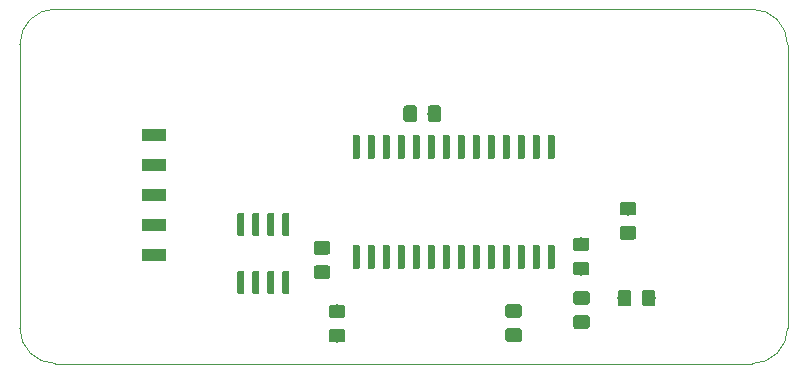
<source format=gbr>
G04 #@! TF.GenerationSoftware,KiCad,Pcbnew,(5.1.4)-1*
G04 #@! TF.CreationDate,2021-07-13T12:31:04-04:00*
G04 #@! TF.ProjectId,RocketPi,526f636b-6574-4506-992e-6b696361645f,rev?*
G04 #@! TF.SameCoordinates,Original*
G04 #@! TF.FileFunction,Paste,Bot*
G04 #@! TF.FilePolarity,Positive*
%FSLAX46Y46*%
G04 Gerber Fmt 4.6, Leading zero omitted, Abs format (unit mm)*
G04 Created by KiCad (PCBNEW (5.1.4)-1) date 2021-07-13 12:31:04*
%MOMM*%
%LPD*%
G04 APERTURE LIST*
%ADD10C,0.100000*%
%ADD11C,1.150000*%
%ADD12C,0.600000*%
%ADD13R,2.000000X1.000000*%
G04 APERTURE END LIST*
D10*
X68046600Y-42164000D02*
G75*
G03X65049400Y-45161200I0J-2997200D01*
G01*
X127052600Y-72178400D02*
G75*
G03X130052600Y-69178400I0J3000000D01*
G01*
X130052600Y-45178400D02*
G75*
G03X127052600Y-42178400I-3000000J0D01*
G01*
X65052600Y-69178400D02*
G75*
G03X68052600Y-72178400I3000000J0D01*
G01*
X68046600Y-42164000D02*
X127052600Y-42178400D01*
X65049400Y-45161200D02*
X65052600Y-69178400D01*
X68052600Y-72178400D02*
X127052600Y-72178400D01*
X130052600Y-45178400D02*
X130052600Y-69178400D01*
G36*
X117009705Y-58497604D02*
G01*
X117033973Y-58501204D01*
X117057772Y-58507165D01*
X117080871Y-58515430D01*
X117103050Y-58525920D01*
X117124093Y-58538532D01*
X117143799Y-58553147D01*
X117161977Y-58569623D01*
X117178453Y-58587801D01*
X117193068Y-58607507D01*
X117205680Y-58628550D01*
X117216170Y-58650729D01*
X117224435Y-58673828D01*
X117230396Y-58697627D01*
X117233996Y-58721895D01*
X117235200Y-58746399D01*
X117235200Y-59396401D01*
X117233996Y-59420905D01*
X117230396Y-59445173D01*
X117224435Y-59468972D01*
X117216170Y-59492071D01*
X117205680Y-59514250D01*
X117193068Y-59535293D01*
X117178453Y-59554999D01*
X117161977Y-59573177D01*
X117143799Y-59589653D01*
X117124093Y-59604268D01*
X117103050Y-59616880D01*
X117080871Y-59627370D01*
X117057772Y-59635635D01*
X117033973Y-59641596D01*
X117009705Y-59645196D01*
X116985201Y-59646400D01*
X116085199Y-59646400D01*
X116060695Y-59645196D01*
X116036427Y-59641596D01*
X116012628Y-59635635D01*
X115989529Y-59627370D01*
X115967350Y-59616880D01*
X115946307Y-59604268D01*
X115926601Y-59589653D01*
X115908423Y-59573177D01*
X115891947Y-59554999D01*
X115877332Y-59535293D01*
X115864720Y-59514250D01*
X115854230Y-59492071D01*
X115845965Y-59468972D01*
X115840004Y-59445173D01*
X115836404Y-59420905D01*
X115835200Y-59396401D01*
X115835200Y-58746399D01*
X115836404Y-58721895D01*
X115840004Y-58697627D01*
X115845965Y-58673828D01*
X115854230Y-58650729D01*
X115864720Y-58628550D01*
X115877332Y-58607507D01*
X115891947Y-58587801D01*
X115908423Y-58569623D01*
X115926601Y-58553147D01*
X115946307Y-58538532D01*
X115967350Y-58525920D01*
X115989529Y-58515430D01*
X116012628Y-58507165D01*
X116036427Y-58501204D01*
X116060695Y-58497604D01*
X116085199Y-58496400D01*
X116985201Y-58496400D01*
X117009705Y-58497604D01*
X117009705Y-58497604D01*
G37*
D11*
X116535200Y-59071400D03*
D10*
G36*
X117009705Y-60547604D02*
G01*
X117033973Y-60551204D01*
X117057772Y-60557165D01*
X117080871Y-60565430D01*
X117103050Y-60575920D01*
X117124093Y-60588532D01*
X117143799Y-60603147D01*
X117161977Y-60619623D01*
X117178453Y-60637801D01*
X117193068Y-60657507D01*
X117205680Y-60678550D01*
X117216170Y-60700729D01*
X117224435Y-60723828D01*
X117230396Y-60747627D01*
X117233996Y-60771895D01*
X117235200Y-60796399D01*
X117235200Y-61446401D01*
X117233996Y-61470905D01*
X117230396Y-61495173D01*
X117224435Y-61518972D01*
X117216170Y-61542071D01*
X117205680Y-61564250D01*
X117193068Y-61585293D01*
X117178453Y-61604999D01*
X117161977Y-61623177D01*
X117143799Y-61639653D01*
X117124093Y-61654268D01*
X117103050Y-61666880D01*
X117080871Y-61677370D01*
X117057772Y-61685635D01*
X117033973Y-61691596D01*
X117009705Y-61695196D01*
X116985201Y-61696400D01*
X116085199Y-61696400D01*
X116060695Y-61695196D01*
X116036427Y-61691596D01*
X116012628Y-61685635D01*
X115989529Y-61677370D01*
X115967350Y-61666880D01*
X115946307Y-61654268D01*
X115926601Y-61639653D01*
X115908423Y-61623177D01*
X115891947Y-61604999D01*
X115877332Y-61585293D01*
X115864720Y-61564250D01*
X115854230Y-61542071D01*
X115845965Y-61518972D01*
X115840004Y-61495173D01*
X115836404Y-61470905D01*
X115835200Y-61446401D01*
X115835200Y-60796399D01*
X115836404Y-60771895D01*
X115840004Y-60747627D01*
X115845965Y-60723828D01*
X115854230Y-60700729D01*
X115864720Y-60678550D01*
X115877332Y-60657507D01*
X115891947Y-60637801D01*
X115908423Y-60619623D01*
X115926601Y-60603147D01*
X115946307Y-60588532D01*
X115967350Y-60575920D01*
X115989529Y-60565430D01*
X116012628Y-60557165D01*
X116036427Y-60551204D01*
X116060695Y-60547604D01*
X116085199Y-60546400D01*
X116985201Y-60546400D01*
X117009705Y-60547604D01*
X117009705Y-60547604D01*
G37*
D11*
X116535200Y-61121400D03*
D10*
G36*
X110197503Y-52847322D02*
G01*
X110212064Y-52849482D01*
X110226343Y-52853059D01*
X110240203Y-52858018D01*
X110253510Y-52864312D01*
X110266136Y-52871880D01*
X110277959Y-52880648D01*
X110288866Y-52890534D01*
X110298752Y-52901441D01*
X110307520Y-52913264D01*
X110315088Y-52925890D01*
X110321382Y-52939197D01*
X110326341Y-52953057D01*
X110329918Y-52967336D01*
X110332078Y-52981897D01*
X110332800Y-52996600D01*
X110332800Y-54746600D01*
X110332078Y-54761303D01*
X110329918Y-54775864D01*
X110326341Y-54790143D01*
X110321382Y-54804003D01*
X110315088Y-54817310D01*
X110307520Y-54829936D01*
X110298752Y-54841759D01*
X110288866Y-54852666D01*
X110277959Y-54862552D01*
X110266136Y-54871320D01*
X110253510Y-54878888D01*
X110240203Y-54885182D01*
X110226343Y-54890141D01*
X110212064Y-54893718D01*
X110197503Y-54895878D01*
X110182800Y-54896600D01*
X109882800Y-54896600D01*
X109868097Y-54895878D01*
X109853536Y-54893718D01*
X109839257Y-54890141D01*
X109825397Y-54885182D01*
X109812090Y-54878888D01*
X109799464Y-54871320D01*
X109787641Y-54862552D01*
X109776734Y-54852666D01*
X109766848Y-54841759D01*
X109758080Y-54829936D01*
X109750512Y-54817310D01*
X109744218Y-54804003D01*
X109739259Y-54790143D01*
X109735682Y-54775864D01*
X109733522Y-54761303D01*
X109732800Y-54746600D01*
X109732800Y-52996600D01*
X109733522Y-52981897D01*
X109735682Y-52967336D01*
X109739259Y-52953057D01*
X109744218Y-52939197D01*
X109750512Y-52925890D01*
X109758080Y-52913264D01*
X109766848Y-52901441D01*
X109776734Y-52890534D01*
X109787641Y-52880648D01*
X109799464Y-52871880D01*
X109812090Y-52864312D01*
X109825397Y-52858018D01*
X109839257Y-52853059D01*
X109853536Y-52849482D01*
X109868097Y-52847322D01*
X109882800Y-52846600D01*
X110182800Y-52846600D01*
X110197503Y-52847322D01*
X110197503Y-52847322D01*
G37*
D12*
X110032800Y-53871600D03*
D10*
G36*
X108927503Y-52847322D02*
G01*
X108942064Y-52849482D01*
X108956343Y-52853059D01*
X108970203Y-52858018D01*
X108983510Y-52864312D01*
X108996136Y-52871880D01*
X109007959Y-52880648D01*
X109018866Y-52890534D01*
X109028752Y-52901441D01*
X109037520Y-52913264D01*
X109045088Y-52925890D01*
X109051382Y-52939197D01*
X109056341Y-52953057D01*
X109059918Y-52967336D01*
X109062078Y-52981897D01*
X109062800Y-52996600D01*
X109062800Y-54746600D01*
X109062078Y-54761303D01*
X109059918Y-54775864D01*
X109056341Y-54790143D01*
X109051382Y-54804003D01*
X109045088Y-54817310D01*
X109037520Y-54829936D01*
X109028752Y-54841759D01*
X109018866Y-54852666D01*
X109007959Y-54862552D01*
X108996136Y-54871320D01*
X108983510Y-54878888D01*
X108970203Y-54885182D01*
X108956343Y-54890141D01*
X108942064Y-54893718D01*
X108927503Y-54895878D01*
X108912800Y-54896600D01*
X108612800Y-54896600D01*
X108598097Y-54895878D01*
X108583536Y-54893718D01*
X108569257Y-54890141D01*
X108555397Y-54885182D01*
X108542090Y-54878888D01*
X108529464Y-54871320D01*
X108517641Y-54862552D01*
X108506734Y-54852666D01*
X108496848Y-54841759D01*
X108488080Y-54829936D01*
X108480512Y-54817310D01*
X108474218Y-54804003D01*
X108469259Y-54790143D01*
X108465682Y-54775864D01*
X108463522Y-54761303D01*
X108462800Y-54746600D01*
X108462800Y-52996600D01*
X108463522Y-52981897D01*
X108465682Y-52967336D01*
X108469259Y-52953057D01*
X108474218Y-52939197D01*
X108480512Y-52925890D01*
X108488080Y-52913264D01*
X108496848Y-52901441D01*
X108506734Y-52890534D01*
X108517641Y-52880648D01*
X108529464Y-52871880D01*
X108542090Y-52864312D01*
X108555397Y-52858018D01*
X108569257Y-52853059D01*
X108583536Y-52849482D01*
X108598097Y-52847322D01*
X108612800Y-52846600D01*
X108912800Y-52846600D01*
X108927503Y-52847322D01*
X108927503Y-52847322D01*
G37*
D12*
X108762800Y-53871600D03*
D10*
G36*
X107657503Y-52847322D02*
G01*
X107672064Y-52849482D01*
X107686343Y-52853059D01*
X107700203Y-52858018D01*
X107713510Y-52864312D01*
X107726136Y-52871880D01*
X107737959Y-52880648D01*
X107748866Y-52890534D01*
X107758752Y-52901441D01*
X107767520Y-52913264D01*
X107775088Y-52925890D01*
X107781382Y-52939197D01*
X107786341Y-52953057D01*
X107789918Y-52967336D01*
X107792078Y-52981897D01*
X107792800Y-52996600D01*
X107792800Y-54746600D01*
X107792078Y-54761303D01*
X107789918Y-54775864D01*
X107786341Y-54790143D01*
X107781382Y-54804003D01*
X107775088Y-54817310D01*
X107767520Y-54829936D01*
X107758752Y-54841759D01*
X107748866Y-54852666D01*
X107737959Y-54862552D01*
X107726136Y-54871320D01*
X107713510Y-54878888D01*
X107700203Y-54885182D01*
X107686343Y-54890141D01*
X107672064Y-54893718D01*
X107657503Y-54895878D01*
X107642800Y-54896600D01*
X107342800Y-54896600D01*
X107328097Y-54895878D01*
X107313536Y-54893718D01*
X107299257Y-54890141D01*
X107285397Y-54885182D01*
X107272090Y-54878888D01*
X107259464Y-54871320D01*
X107247641Y-54862552D01*
X107236734Y-54852666D01*
X107226848Y-54841759D01*
X107218080Y-54829936D01*
X107210512Y-54817310D01*
X107204218Y-54804003D01*
X107199259Y-54790143D01*
X107195682Y-54775864D01*
X107193522Y-54761303D01*
X107192800Y-54746600D01*
X107192800Y-52996600D01*
X107193522Y-52981897D01*
X107195682Y-52967336D01*
X107199259Y-52953057D01*
X107204218Y-52939197D01*
X107210512Y-52925890D01*
X107218080Y-52913264D01*
X107226848Y-52901441D01*
X107236734Y-52890534D01*
X107247641Y-52880648D01*
X107259464Y-52871880D01*
X107272090Y-52864312D01*
X107285397Y-52858018D01*
X107299257Y-52853059D01*
X107313536Y-52849482D01*
X107328097Y-52847322D01*
X107342800Y-52846600D01*
X107642800Y-52846600D01*
X107657503Y-52847322D01*
X107657503Y-52847322D01*
G37*
D12*
X107492800Y-53871600D03*
D10*
G36*
X106387503Y-52847322D02*
G01*
X106402064Y-52849482D01*
X106416343Y-52853059D01*
X106430203Y-52858018D01*
X106443510Y-52864312D01*
X106456136Y-52871880D01*
X106467959Y-52880648D01*
X106478866Y-52890534D01*
X106488752Y-52901441D01*
X106497520Y-52913264D01*
X106505088Y-52925890D01*
X106511382Y-52939197D01*
X106516341Y-52953057D01*
X106519918Y-52967336D01*
X106522078Y-52981897D01*
X106522800Y-52996600D01*
X106522800Y-54746600D01*
X106522078Y-54761303D01*
X106519918Y-54775864D01*
X106516341Y-54790143D01*
X106511382Y-54804003D01*
X106505088Y-54817310D01*
X106497520Y-54829936D01*
X106488752Y-54841759D01*
X106478866Y-54852666D01*
X106467959Y-54862552D01*
X106456136Y-54871320D01*
X106443510Y-54878888D01*
X106430203Y-54885182D01*
X106416343Y-54890141D01*
X106402064Y-54893718D01*
X106387503Y-54895878D01*
X106372800Y-54896600D01*
X106072800Y-54896600D01*
X106058097Y-54895878D01*
X106043536Y-54893718D01*
X106029257Y-54890141D01*
X106015397Y-54885182D01*
X106002090Y-54878888D01*
X105989464Y-54871320D01*
X105977641Y-54862552D01*
X105966734Y-54852666D01*
X105956848Y-54841759D01*
X105948080Y-54829936D01*
X105940512Y-54817310D01*
X105934218Y-54804003D01*
X105929259Y-54790143D01*
X105925682Y-54775864D01*
X105923522Y-54761303D01*
X105922800Y-54746600D01*
X105922800Y-52996600D01*
X105923522Y-52981897D01*
X105925682Y-52967336D01*
X105929259Y-52953057D01*
X105934218Y-52939197D01*
X105940512Y-52925890D01*
X105948080Y-52913264D01*
X105956848Y-52901441D01*
X105966734Y-52890534D01*
X105977641Y-52880648D01*
X105989464Y-52871880D01*
X106002090Y-52864312D01*
X106015397Y-52858018D01*
X106029257Y-52853059D01*
X106043536Y-52849482D01*
X106058097Y-52847322D01*
X106072800Y-52846600D01*
X106372800Y-52846600D01*
X106387503Y-52847322D01*
X106387503Y-52847322D01*
G37*
D12*
X106222800Y-53871600D03*
D10*
G36*
X105117503Y-52847322D02*
G01*
X105132064Y-52849482D01*
X105146343Y-52853059D01*
X105160203Y-52858018D01*
X105173510Y-52864312D01*
X105186136Y-52871880D01*
X105197959Y-52880648D01*
X105208866Y-52890534D01*
X105218752Y-52901441D01*
X105227520Y-52913264D01*
X105235088Y-52925890D01*
X105241382Y-52939197D01*
X105246341Y-52953057D01*
X105249918Y-52967336D01*
X105252078Y-52981897D01*
X105252800Y-52996600D01*
X105252800Y-54746600D01*
X105252078Y-54761303D01*
X105249918Y-54775864D01*
X105246341Y-54790143D01*
X105241382Y-54804003D01*
X105235088Y-54817310D01*
X105227520Y-54829936D01*
X105218752Y-54841759D01*
X105208866Y-54852666D01*
X105197959Y-54862552D01*
X105186136Y-54871320D01*
X105173510Y-54878888D01*
X105160203Y-54885182D01*
X105146343Y-54890141D01*
X105132064Y-54893718D01*
X105117503Y-54895878D01*
X105102800Y-54896600D01*
X104802800Y-54896600D01*
X104788097Y-54895878D01*
X104773536Y-54893718D01*
X104759257Y-54890141D01*
X104745397Y-54885182D01*
X104732090Y-54878888D01*
X104719464Y-54871320D01*
X104707641Y-54862552D01*
X104696734Y-54852666D01*
X104686848Y-54841759D01*
X104678080Y-54829936D01*
X104670512Y-54817310D01*
X104664218Y-54804003D01*
X104659259Y-54790143D01*
X104655682Y-54775864D01*
X104653522Y-54761303D01*
X104652800Y-54746600D01*
X104652800Y-52996600D01*
X104653522Y-52981897D01*
X104655682Y-52967336D01*
X104659259Y-52953057D01*
X104664218Y-52939197D01*
X104670512Y-52925890D01*
X104678080Y-52913264D01*
X104686848Y-52901441D01*
X104696734Y-52890534D01*
X104707641Y-52880648D01*
X104719464Y-52871880D01*
X104732090Y-52864312D01*
X104745397Y-52858018D01*
X104759257Y-52853059D01*
X104773536Y-52849482D01*
X104788097Y-52847322D01*
X104802800Y-52846600D01*
X105102800Y-52846600D01*
X105117503Y-52847322D01*
X105117503Y-52847322D01*
G37*
D12*
X104952800Y-53871600D03*
D10*
G36*
X103847503Y-52847322D02*
G01*
X103862064Y-52849482D01*
X103876343Y-52853059D01*
X103890203Y-52858018D01*
X103903510Y-52864312D01*
X103916136Y-52871880D01*
X103927959Y-52880648D01*
X103938866Y-52890534D01*
X103948752Y-52901441D01*
X103957520Y-52913264D01*
X103965088Y-52925890D01*
X103971382Y-52939197D01*
X103976341Y-52953057D01*
X103979918Y-52967336D01*
X103982078Y-52981897D01*
X103982800Y-52996600D01*
X103982800Y-54746600D01*
X103982078Y-54761303D01*
X103979918Y-54775864D01*
X103976341Y-54790143D01*
X103971382Y-54804003D01*
X103965088Y-54817310D01*
X103957520Y-54829936D01*
X103948752Y-54841759D01*
X103938866Y-54852666D01*
X103927959Y-54862552D01*
X103916136Y-54871320D01*
X103903510Y-54878888D01*
X103890203Y-54885182D01*
X103876343Y-54890141D01*
X103862064Y-54893718D01*
X103847503Y-54895878D01*
X103832800Y-54896600D01*
X103532800Y-54896600D01*
X103518097Y-54895878D01*
X103503536Y-54893718D01*
X103489257Y-54890141D01*
X103475397Y-54885182D01*
X103462090Y-54878888D01*
X103449464Y-54871320D01*
X103437641Y-54862552D01*
X103426734Y-54852666D01*
X103416848Y-54841759D01*
X103408080Y-54829936D01*
X103400512Y-54817310D01*
X103394218Y-54804003D01*
X103389259Y-54790143D01*
X103385682Y-54775864D01*
X103383522Y-54761303D01*
X103382800Y-54746600D01*
X103382800Y-52996600D01*
X103383522Y-52981897D01*
X103385682Y-52967336D01*
X103389259Y-52953057D01*
X103394218Y-52939197D01*
X103400512Y-52925890D01*
X103408080Y-52913264D01*
X103416848Y-52901441D01*
X103426734Y-52890534D01*
X103437641Y-52880648D01*
X103449464Y-52871880D01*
X103462090Y-52864312D01*
X103475397Y-52858018D01*
X103489257Y-52853059D01*
X103503536Y-52849482D01*
X103518097Y-52847322D01*
X103532800Y-52846600D01*
X103832800Y-52846600D01*
X103847503Y-52847322D01*
X103847503Y-52847322D01*
G37*
D12*
X103682800Y-53871600D03*
D10*
G36*
X102577503Y-52847322D02*
G01*
X102592064Y-52849482D01*
X102606343Y-52853059D01*
X102620203Y-52858018D01*
X102633510Y-52864312D01*
X102646136Y-52871880D01*
X102657959Y-52880648D01*
X102668866Y-52890534D01*
X102678752Y-52901441D01*
X102687520Y-52913264D01*
X102695088Y-52925890D01*
X102701382Y-52939197D01*
X102706341Y-52953057D01*
X102709918Y-52967336D01*
X102712078Y-52981897D01*
X102712800Y-52996600D01*
X102712800Y-54746600D01*
X102712078Y-54761303D01*
X102709918Y-54775864D01*
X102706341Y-54790143D01*
X102701382Y-54804003D01*
X102695088Y-54817310D01*
X102687520Y-54829936D01*
X102678752Y-54841759D01*
X102668866Y-54852666D01*
X102657959Y-54862552D01*
X102646136Y-54871320D01*
X102633510Y-54878888D01*
X102620203Y-54885182D01*
X102606343Y-54890141D01*
X102592064Y-54893718D01*
X102577503Y-54895878D01*
X102562800Y-54896600D01*
X102262800Y-54896600D01*
X102248097Y-54895878D01*
X102233536Y-54893718D01*
X102219257Y-54890141D01*
X102205397Y-54885182D01*
X102192090Y-54878888D01*
X102179464Y-54871320D01*
X102167641Y-54862552D01*
X102156734Y-54852666D01*
X102146848Y-54841759D01*
X102138080Y-54829936D01*
X102130512Y-54817310D01*
X102124218Y-54804003D01*
X102119259Y-54790143D01*
X102115682Y-54775864D01*
X102113522Y-54761303D01*
X102112800Y-54746600D01*
X102112800Y-52996600D01*
X102113522Y-52981897D01*
X102115682Y-52967336D01*
X102119259Y-52953057D01*
X102124218Y-52939197D01*
X102130512Y-52925890D01*
X102138080Y-52913264D01*
X102146848Y-52901441D01*
X102156734Y-52890534D01*
X102167641Y-52880648D01*
X102179464Y-52871880D01*
X102192090Y-52864312D01*
X102205397Y-52858018D01*
X102219257Y-52853059D01*
X102233536Y-52849482D01*
X102248097Y-52847322D01*
X102262800Y-52846600D01*
X102562800Y-52846600D01*
X102577503Y-52847322D01*
X102577503Y-52847322D01*
G37*
D12*
X102412800Y-53871600D03*
D10*
G36*
X101307503Y-52847322D02*
G01*
X101322064Y-52849482D01*
X101336343Y-52853059D01*
X101350203Y-52858018D01*
X101363510Y-52864312D01*
X101376136Y-52871880D01*
X101387959Y-52880648D01*
X101398866Y-52890534D01*
X101408752Y-52901441D01*
X101417520Y-52913264D01*
X101425088Y-52925890D01*
X101431382Y-52939197D01*
X101436341Y-52953057D01*
X101439918Y-52967336D01*
X101442078Y-52981897D01*
X101442800Y-52996600D01*
X101442800Y-54746600D01*
X101442078Y-54761303D01*
X101439918Y-54775864D01*
X101436341Y-54790143D01*
X101431382Y-54804003D01*
X101425088Y-54817310D01*
X101417520Y-54829936D01*
X101408752Y-54841759D01*
X101398866Y-54852666D01*
X101387959Y-54862552D01*
X101376136Y-54871320D01*
X101363510Y-54878888D01*
X101350203Y-54885182D01*
X101336343Y-54890141D01*
X101322064Y-54893718D01*
X101307503Y-54895878D01*
X101292800Y-54896600D01*
X100992800Y-54896600D01*
X100978097Y-54895878D01*
X100963536Y-54893718D01*
X100949257Y-54890141D01*
X100935397Y-54885182D01*
X100922090Y-54878888D01*
X100909464Y-54871320D01*
X100897641Y-54862552D01*
X100886734Y-54852666D01*
X100876848Y-54841759D01*
X100868080Y-54829936D01*
X100860512Y-54817310D01*
X100854218Y-54804003D01*
X100849259Y-54790143D01*
X100845682Y-54775864D01*
X100843522Y-54761303D01*
X100842800Y-54746600D01*
X100842800Y-52996600D01*
X100843522Y-52981897D01*
X100845682Y-52967336D01*
X100849259Y-52953057D01*
X100854218Y-52939197D01*
X100860512Y-52925890D01*
X100868080Y-52913264D01*
X100876848Y-52901441D01*
X100886734Y-52890534D01*
X100897641Y-52880648D01*
X100909464Y-52871880D01*
X100922090Y-52864312D01*
X100935397Y-52858018D01*
X100949257Y-52853059D01*
X100963536Y-52849482D01*
X100978097Y-52847322D01*
X100992800Y-52846600D01*
X101292800Y-52846600D01*
X101307503Y-52847322D01*
X101307503Y-52847322D01*
G37*
D12*
X101142800Y-53871600D03*
D10*
G36*
X100037503Y-52847322D02*
G01*
X100052064Y-52849482D01*
X100066343Y-52853059D01*
X100080203Y-52858018D01*
X100093510Y-52864312D01*
X100106136Y-52871880D01*
X100117959Y-52880648D01*
X100128866Y-52890534D01*
X100138752Y-52901441D01*
X100147520Y-52913264D01*
X100155088Y-52925890D01*
X100161382Y-52939197D01*
X100166341Y-52953057D01*
X100169918Y-52967336D01*
X100172078Y-52981897D01*
X100172800Y-52996600D01*
X100172800Y-54746600D01*
X100172078Y-54761303D01*
X100169918Y-54775864D01*
X100166341Y-54790143D01*
X100161382Y-54804003D01*
X100155088Y-54817310D01*
X100147520Y-54829936D01*
X100138752Y-54841759D01*
X100128866Y-54852666D01*
X100117959Y-54862552D01*
X100106136Y-54871320D01*
X100093510Y-54878888D01*
X100080203Y-54885182D01*
X100066343Y-54890141D01*
X100052064Y-54893718D01*
X100037503Y-54895878D01*
X100022800Y-54896600D01*
X99722800Y-54896600D01*
X99708097Y-54895878D01*
X99693536Y-54893718D01*
X99679257Y-54890141D01*
X99665397Y-54885182D01*
X99652090Y-54878888D01*
X99639464Y-54871320D01*
X99627641Y-54862552D01*
X99616734Y-54852666D01*
X99606848Y-54841759D01*
X99598080Y-54829936D01*
X99590512Y-54817310D01*
X99584218Y-54804003D01*
X99579259Y-54790143D01*
X99575682Y-54775864D01*
X99573522Y-54761303D01*
X99572800Y-54746600D01*
X99572800Y-52996600D01*
X99573522Y-52981897D01*
X99575682Y-52967336D01*
X99579259Y-52953057D01*
X99584218Y-52939197D01*
X99590512Y-52925890D01*
X99598080Y-52913264D01*
X99606848Y-52901441D01*
X99616734Y-52890534D01*
X99627641Y-52880648D01*
X99639464Y-52871880D01*
X99652090Y-52864312D01*
X99665397Y-52858018D01*
X99679257Y-52853059D01*
X99693536Y-52849482D01*
X99708097Y-52847322D01*
X99722800Y-52846600D01*
X100022800Y-52846600D01*
X100037503Y-52847322D01*
X100037503Y-52847322D01*
G37*
D12*
X99872800Y-53871600D03*
D10*
G36*
X98767503Y-52847322D02*
G01*
X98782064Y-52849482D01*
X98796343Y-52853059D01*
X98810203Y-52858018D01*
X98823510Y-52864312D01*
X98836136Y-52871880D01*
X98847959Y-52880648D01*
X98858866Y-52890534D01*
X98868752Y-52901441D01*
X98877520Y-52913264D01*
X98885088Y-52925890D01*
X98891382Y-52939197D01*
X98896341Y-52953057D01*
X98899918Y-52967336D01*
X98902078Y-52981897D01*
X98902800Y-52996600D01*
X98902800Y-54746600D01*
X98902078Y-54761303D01*
X98899918Y-54775864D01*
X98896341Y-54790143D01*
X98891382Y-54804003D01*
X98885088Y-54817310D01*
X98877520Y-54829936D01*
X98868752Y-54841759D01*
X98858866Y-54852666D01*
X98847959Y-54862552D01*
X98836136Y-54871320D01*
X98823510Y-54878888D01*
X98810203Y-54885182D01*
X98796343Y-54890141D01*
X98782064Y-54893718D01*
X98767503Y-54895878D01*
X98752800Y-54896600D01*
X98452800Y-54896600D01*
X98438097Y-54895878D01*
X98423536Y-54893718D01*
X98409257Y-54890141D01*
X98395397Y-54885182D01*
X98382090Y-54878888D01*
X98369464Y-54871320D01*
X98357641Y-54862552D01*
X98346734Y-54852666D01*
X98336848Y-54841759D01*
X98328080Y-54829936D01*
X98320512Y-54817310D01*
X98314218Y-54804003D01*
X98309259Y-54790143D01*
X98305682Y-54775864D01*
X98303522Y-54761303D01*
X98302800Y-54746600D01*
X98302800Y-52996600D01*
X98303522Y-52981897D01*
X98305682Y-52967336D01*
X98309259Y-52953057D01*
X98314218Y-52939197D01*
X98320512Y-52925890D01*
X98328080Y-52913264D01*
X98336848Y-52901441D01*
X98346734Y-52890534D01*
X98357641Y-52880648D01*
X98369464Y-52871880D01*
X98382090Y-52864312D01*
X98395397Y-52858018D01*
X98409257Y-52853059D01*
X98423536Y-52849482D01*
X98438097Y-52847322D01*
X98452800Y-52846600D01*
X98752800Y-52846600D01*
X98767503Y-52847322D01*
X98767503Y-52847322D01*
G37*
D12*
X98602800Y-53871600D03*
D10*
G36*
X97497503Y-52847322D02*
G01*
X97512064Y-52849482D01*
X97526343Y-52853059D01*
X97540203Y-52858018D01*
X97553510Y-52864312D01*
X97566136Y-52871880D01*
X97577959Y-52880648D01*
X97588866Y-52890534D01*
X97598752Y-52901441D01*
X97607520Y-52913264D01*
X97615088Y-52925890D01*
X97621382Y-52939197D01*
X97626341Y-52953057D01*
X97629918Y-52967336D01*
X97632078Y-52981897D01*
X97632800Y-52996600D01*
X97632800Y-54746600D01*
X97632078Y-54761303D01*
X97629918Y-54775864D01*
X97626341Y-54790143D01*
X97621382Y-54804003D01*
X97615088Y-54817310D01*
X97607520Y-54829936D01*
X97598752Y-54841759D01*
X97588866Y-54852666D01*
X97577959Y-54862552D01*
X97566136Y-54871320D01*
X97553510Y-54878888D01*
X97540203Y-54885182D01*
X97526343Y-54890141D01*
X97512064Y-54893718D01*
X97497503Y-54895878D01*
X97482800Y-54896600D01*
X97182800Y-54896600D01*
X97168097Y-54895878D01*
X97153536Y-54893718D01*
X97139257Y-54890141D01*
X97125397Y-54885182D01*
X97112090Y-54878888D01*
X97099464Y-54871320D01*
X97087641Y-54862552D01*
X97076734Y-54852666D01*
X97066848Y-54841759D01*
X97058080Y-54829936D01*
X97050512Y-54817310D01*
X97044218Y-54804003D01*
X97039259Y-54790143D01*
X97035682Y-54775864D01*
X97033522Y-54761303D01*
X97032800Y-54746600D01*
X97032800Y-52996600D01*
X97033522Y-52981897D01*
X97035682Y-52967336D01*
X97039259Y-52953057D01*
X97044218Y-52939197D01*
X97050512Y-52925890D01*
X97058080Y-52913264D01*
X97066848Y-52901441D01*
X97076734Y-52890534D01*
X97087641Y-52880648D01*
X97099464Y-52871880D01*
X97112090Y-52864312D01*
X97125397Y-52858018D01*
X97139257Y-52853059D01*
X97153536Y-52849482D01*
X97168097Y-52847322D01*
X97182800Y-52846600D01*
X97482800Y-52846600D01*
X97497503Y-52847322D01*
X97497503Y-52847322D01*
G37*
D12*
X97332800Y-53871600D03*
D10*
G36*
X96227503Y-52847322D02*
G01*
X96242064Y-52849482D01*
X96256343Y-52853059D01*
X96270203Y-52858018D01*
X96283510Y-52864312D01*
X96296136Y-52871880D01*
X96307959Y-52880648D01*
X96318866Y-52890534D01*
X96328752Y-52901441D01*
X96337520Y-52913264D01*
X96345088Y-52925890D01*
X96351382Y-52939197D01*
X96356341Y-52953057D01*
X96359918Y-52967336D01*
X96362078Y-52981897D01*
X96362800Y-52996600D01*
X96362800Y-54746600D01*
X96362078Y-54761303D01*
X96359918Y-54775864D01*
X96356341Y-54790143D01*
X96351382Y-54804003D01*
X96345088Y-54817310D01*
X96337520Y-54829936D01*
X96328752Y-54841759D01*
X96318866Y-54852666D01*
X96307959Y-54862552D01*
X96296136Y-54871320D01*
X96283510Y-54878888D01*
X96270203Y-54885182D01*
X96256343Y-54890141D01*
X96242064Y-54893718D01*
X96227503Y-54895878D01*
X96212800Y-54896600D01*
X95912800Y-54896600D01*
X95898097Y-54895878D01*
X95883536Y-54893718D01*
X95869257Y-54890141D01*
X95855397Y-54885182D01*
X95842090Y-54878888D01*
X95829464Y-54871320D01*
X95817641Y-54862552D01*
X95806734Y-54852666D01*
X95796848Y-54841759D01*
X95788080Y-54829936D01*
X95780512Y-54817310D01*
X95774218Y-54804003D01*
X95769259Y-54790143D01*
X95765682Y-54775864D01*
X95763522Y-54761303D01*
X95762800Y-54746600D01*
X95762800Y-52996600D01*
X95763522Y-52981897D01*
X95765682Y-52967336D01*
X95769259Y-52953057D01*
X95774218Y-52939197D01*
X95780512Y-52925890D01*
X95788080Y-52913264D01*
X95796848Y-52901441D01*
X95806734Y-52890534D01*
X95817641Y-52880648D01*
X95829464Y-52871880D01*
X95842090Y-52864312D01*
X95855397Y-52858018D01*
X95869257Y-52853059D01*
X95883536Y-52849482D01*
X95898097Y-52847322D01*
X95912800Y-52846600D01*
X96212800Y-52846600D01*
X96227503Y-52847322D01*
X96227503Y-52847322D01*
G37*
D12*
X96062800Y-53871600D03*
D10*
G36*
X94957503Y-52847322D02*
G01*
X94972064Y-52849482D01*
X94986343Y-52853059D01*
X95000203Y-52858018D01*
X95013510Y-52864312D01*
X95026136Y-52871880D01*
X95037959Y-52880648D01*
X95048866Y-52890534D01*
X95058752Y-52901441D01*
X95067520Y-52913264D01*
X95075088Y-52925890D01*
X95081382Y-52939197D01*
X95086341Y-52953057D01*
X95089918Y-52967336D01*
X95092078Y-52981897D01*
X95092800Y-52996600D01*
X95092800Y-54746600D01*
X95092078Y-54761303D01*
X95089918Y-54775864D01*
X95086341Y-54790143D01*
X95081382Y-54804003D01*
X95075088Y-54817310D01*
X95067520Y-54829936D01*
X95058752Y-54841759D01*
X95048866Y-54852666D01*
X95037959Y-54862552D01*
X95026136Y-54871320D01*
X95013510Y-54878888D01*
X95000203Y-54885182D01*
X94986343Y-54890141D01*
X94972064Y-54893718D01*
X94957503Y-54895878D01*
X94942800Y-54896600D01*
X94642800Y-54896600D01*
X94628097Y-54895878D01*
X94613536Y-54893718D01*
X94599257Y-54890141D01*
X94585397Y-54885182D01*
X94572090Y-54878888D01*
X94559464Y-54871320D01*
X94547641Y-54862552D01*
X94536734Y-54852666D01*
X94526848Y-54841759D01*
X94518080Y-54829936D01*
X94510512Y-54817310D01*
X94504218Y-54804003D01*
X94499259Y-54790143D01*
X94495682Y-54775864D01*
X94493522Y-54761303D01*
X94492800Y-54746600D01*
X94492800Y-52996600D01*
X94493522Y-52981897D01*
X94495682Y-52967336D01*
X94499259Y-52953057D01*
X94504218Y-52939197D01*
X94510512Y-52925890D01*
X94518080Y-52913264D01*
X94526848Y-52901441D01*
X94536734Y-52890534D01*
X94547641Y-52880648D01*
X94559464Y-52871880D01*
X94572090Y-52864312D01*
X94585397Y-52858018D01*
X94599257Y-52853059D01*
X94613536Y-52849482D01*
X94628097Y-52847322D01*
X94642800Y-52846600D01*
X94942800Y-52846600D01*
X94957503Y-52847322D01*
X94957503Y-52847322D01*
G37*
D12*
X94792800Y-53871600D03*
D10*
G36*
X93687503Y-52847322D02*
G01*
X93702064Y-52849482D01*
X93716343Y-52853059D01*
X93730203Y-52858018D01*
X93743510Y-52864312D01*
X93756136Y-52871880D01*
X93767959Y-52880648D01*
X93778866Y-52890534D01*
X93788752Y-52901441D01*
X93797520Y-52913264D01*
X93805088Y-52925890D01*
X93811382Y-52939197D01*
X93816341Y-52953057D01*
X93819918Y-52967336D01*
X93822078Y-52981897D01*
X93822800Y-52996600D01*
X93822800Y-54746600D01*
X93822078Y-54761303D01*
X93819918Y-54775864D01*
X93816341Y-54790143D01*
X93811382Y-54804003D01*
X93805088Y-54817310D01*
X93797520Y-54829936D01*
X93788752Y-54841759D01*
X93778866Y-54852666D01*
X93767959Y-54862552D01*
X93756136Y-54871320D01*
X93743510Y-54878888D01*
X93730203Y-54885182D01*
X93716343Y-54890141D01*
X93702064Y-54893718D01*
X93687503Y-54895878D01*
X93672800Y-54896600D01*
X93372800Y-54896600D01*
X93358097Y-54895878D01*
X93343536Y-54893718D01*
X93329257Y-54890141D01*
X93315397Y-54885182D01*
X93302090Y-54878888D01*
X93289464Y-54871320D01*
X93277641Y-54862552D01*
X93266734Y-54852666D01*
X93256848Y-54841759D01*
X93248080Y-54829936D01*
X93240512Y-54817310D01*
X93234218Y-54804003D01*
X93229259Y-54790143D01*
X93225682Y-54775864D01*
X93223522Y-54761303D01*
X93222800Y-54746600D01*
X93222800Y-52996600D01*
X93223522Y-52981897D01*
X93225682Y-52967336D01*
X93229259Y-52953057D01*
X93234218Y-52939197D01*
X93240512Y-52925890D01*
X93248080Y-52913264D01*
X93256848Y-52901441D01*
X93266734Y-52890534D01*
X93277641Y-52880648D01*
X93289464Y-52871880D01*
X93302090Y-52864312D01*
X93315397Y-52858018D01*
X93329257Y-52853059D01*
X93343536Y-52849482D01*
X93358097Y-52847322D01*
X93372800Y-52846600D01*
X93672800Y-52846600D01*
X93687503Y-52847322D01*
X93687503Y-52847322D01*
G37*
D12*
X93522800Y-53871600D03*
D10*
G36*
X93687503Y-62147322D02*
G01*
X93702064Y-62149482D01*
X93716343Y-62153059D01*
X93730203Y-62158018D01*
X93743510Y-62164312D01*
X93756136Y-62171880D01*
X93767959Y-62180648D01*
X93778866Y-62190534D01*
X93788752Y-62201441D01*
X93797520Y-62213264D01*
X93805088Y-62225890D01*
X93811382Y-62239197D01*
X93816341Y-62253057D01*
X93819918Y-62267336D01*
X93822078Y-62281897D01*
X93822800Y-62296600D01*
X93822800Y-64046600D01*
X93822078Y-64061303D01*
X93819918Y-64075864D01*
X93816341Y-64090143D01*
X93811382Y-64104003D01*
X93805088Y-64117310D01*
X93797520Y-64129936D01*
X93788752Y-64141759D01*
X93778866Y-64152666D01*
X93767959Y-64162552D01*
X93756136Y-64171320D01*
X93743510Y-64178888D01*
X93730203Y-64185182D01*
X93716343Y-64190141D01*
X93702064Y-64193718D01*
X93687503Y-64195878D01*
X93672800Y-64196600D01*
X93372800Y-64196600D01*
X93358097Y-64195878D01*
X93343536Y-64193718D01*
X93329257Y-64190141D01*
X93315397Y-64185182D01*
X93302090Y-64178888D01*
X93289464Y-64171320D01*
X93277641Y-64162552D01*
X93266734Y-64152666D01*
X93256848Y-64141759D01*
X93248080Y-64129936D01*
X93240512Y-64117310D01*
X93234218Y-64104003D01*
X93229259Y-64090143D01*
X93225682Y-64075864D01*
X93223522Y-64061303D01*
X93222800Y-64046600D01*
X93222800Y-62296600D01*
X93223522Y-62281897D01*
X93225682Y-62267336D01*
X93229259Y-62253057D01*
X93234218Y-62239197D01*
X93240512Y-62225890D01*
X93248080Y-62213264D01*
X93256848Y-62201441D01*
X93266734Y-62190534D01*
X93277641Y-62180648D01*
X93289464Y-62171880D01*
X93302090Y-62164312D01*
X93315397Y-62158018D01*
X93329257Y-62153059D01*
X93343536Y-62149482D01*
X93358097Y-62147322D01*
X93372800Y-62146600D01*
X93672800Y-62146600D01*
X93687503Y-62147322D01*
X93687503Y-62147322D01*
G37*
D12*
X93522800Y-63171600D03*
D10*
G36*
X94957503Y-62147322D02*
G01*
X94972064Y-62149482D01*
X94986343Y-62153059D01*
X95000203Y-62158018D01*
X95013510Y-62164312D01*
X95026136Y-62171880D01*
X95037959Y-62180648D01*
X95048866Y-62190534D01*
X95058752Y-62201441D01*
X95067520Y-62213264D01*
X95075088Y-62225890D01*
X95081382Y-62239197D01*
X95086341Y-62253057D01*
X95089918Y-62267336D01*
X95092078Y-62281897D01*
X95092800Y-62296600D01*
X95092800Y-64046600D01*
X95092078Y-64061303D01*
X95089918Y-64075864D01*
X95086341Y-64090143D01*
X95081382Y-64104003D01*
X95075088Y-64117310D01*
X95067520Y-64129936D01*
X95058752Y-64141759D01*
X95048866Y-64152666D01*
X95037959Y-64162552D01*
X95026136Y-64171320D01*
X95013510Y-64178888D01*
X95000203Y-64185182D01*
X94986343Y-64190141D01*
X94972064Y-64193718D01*
X94957503Y-64195878D01*
X94942800Y-64196600D01*
X94642800Y-64196600D01*
X94628097Y-64195878D01*
X94613536Y-64193718D01*
X94599257Y-64190141D01*
X94585397Y-64185182D01*
X94572090Y-64178888D01*
X94559464Y-64171320D01*
X94547641Y-64162552D01*
X94536734Y-64152666D01*
X94526848Y-64141759D01*
X94518080Y-64129936D01*
X94510512Y-64117310D01*
X94504218Y-64104003D01*
X94499259Y-64090143D01*
X94495682Y-64075864D01*
X94493522Y-64061303D01*
X94492800Y-64046600D01*
X94492800Y-62296600D01*
X94493522Y-62281897D01*
X94495682Y-62267336D01*
X94499259Y-62253057D01*
X94504218Y-62239197D01*
X94510512Y-62225890D01*
X94518080Y-62213264D01*
X94526848Y-62201441D01*
X94536734Y-62190534D01*
X94547641Y-62180648D01*
X94559464Y-62171880D01*
X94572090Y-62164312D01*
X94585397Y-62158018D01*
X94599257Y-62153059D01*
X94613536Y-62149482D01*
X94628097Y-62147322D01*
X94642800Y-62146600D01*
X94942800Y-62146600D01*
X94957503Y-62147322D01*
X94957503Y-62147322D01*
G37*
D12*
X94792800Y-63171600D03*
D10*
G36*
X96227503Y-62147322D02*
G01*
X96242064Y-62149482D01*
X96256343Y-62153059D01*
X96270203Y-62158018D01*
X96283510Y-62164312D01*
X96296136Y-62171880D01*
X96307959Y-62180648D01*
X96318866Y-62190534D01*
X96328752Y-62201441D01*
X96337520Y-62213264D01*
X96345088Y-62225890D01*
X96351382Y-62239197D01*
X96356341Y-62253057D01*
X96359918Y-62267336D01*
X96362078Y-62281897D01*
X96362800Y-62296600D01*
X96362800Y-64046600D01*
X96362078Y-64061303D01*
X96359918Y-64075864D01*
X96356341Y-64090143D01*
X96351382Y-64104003D01*
X96345088Y-64117310D01*
X96337520Y-64129936D01*
X96328752Y-64141759D01*
X96318866Y-64152666D01*
X96307959Y-64162552D01*
X96296136Y-64171320D01*
X96283510Y-64178888D01*
X96270203Y-64185182D01*
X96256343Y-64190141D01*
X96242064Y-64193718D01*
X96227503Y-64195878D01*
X96212800Y-64196600D01*
X95912800Y-64196600D01*
X95898097Y-64195878D01*
X95883536Y-64193718D01*
X95869257Y-64190141D01*
X95855397Y-64185182D01*
X95842090Y-64178888D01*
X95829464Y-64171320D01*
X95817641Y-64162552D01*
X95806734Y-64152666D01*
X95796848Y-64141759D01*
X95788080Y-64129936D01*
X95780512Y-64117310D01*
X95774218Y-64104003D01*
X95769259Y-64090143D01*
X95765682Y-64075864D01*
X95763522Y-64061303D01*
X95762800Y-64046600D01*
X95762800Y-62296600D01*
X95763522Y-62281897D01*
X95765682Y-62267336D01*
X95769259Y-62253057D01*
X95774218Y-62239197D01*
X95780512Y-62225890D01*
X95788080Y-62213264D01*
X95796848Y-62201441D01*
X95806734Y-62190534D01*
X95817641Y-62180648D01*
X95829464Y-62171880D01*
X95842090Y-62164312D01*
X95855397Y-62158018D01*
X95869257Y-62153059D01*
X95883536Y-62149482D01*
X95898097Y-62147322D01*
X95912800Y-62146600D01*
X96212800Y-62146600D01*
X96227503Y-62147322D01*
X96227503Y-62147322D01*
G37*
D12*
X96062800Y-63171600D03*
D10*
G36*
X97497503Y-62147322D02*
G01*
X97512064Y-62149482D01*
X97526343Y-62153059D01*
X97540203Y-62158018D01*
X97553510Y-62164312D01*
X97566136Y-62171880D01*
X97577959Y-62180648D01*
X97588866Y-62190534D01*
X97598752Y-62201441D01*
X97607520Y-62213264D01*
X97615088Y-62225890D01*
X97621382Y-62239197D01*
X97626341Y-62253057D01*
X97629918Y-62267336D01*
X97632078Y-62281897D01*
X97632800Y-62296600D01*
X97632800Y-64046600D01*
X97632078Y-64061303D01*
X97629918Y-64075864D01*
X97626341Y-64090143D01*
X97621382Y-64104003D01*
X97615088Y-64117310D01*
X97607520Y-64129936D01*
X97598752Y-64141759D01*
X97588866Y-64152666D01*
X97577959Y-64162552D01*
X97566136Y-64171320D01*
X97553510Y-64178888D01*
X97540203Y-64185182D01*
X97526343Y-64190141D01*
X97512064Y-64193718D01*
X97497503Y-64195878D01*
X97482800Y-64196600D01*
X97182800Y-64196600D01*
X97168097Y-64195878D01*
X97153536Y-64193718D01*
X97139257Y-64190141D01*
X97125397Y-64185182D01*
X97112090Y-64178888D01*
X97099464Y-64171320D01*
X97087641Y-64162552D01*
X97076734Y-64152666D01*
X97066848Y-64141759D01*
X97058080Y-64129936D01*
X97050512Y-64117310D01*
X97044218Y-64104003D01*
X97039259Y-64090143D01*
X97035682Y-64075864D01*
X97033522Y-64061303D01*
X97032800Y-64046600D01*
X97032800Y-62296600D01*
X97033522Y-62281897D01*
X97035682Y-62267336D01*
X97039259Y-62253057D01*
X97044218Y-62239197D01*
X97050512Y-62225890D01*
X97058080Y-62213264D01*
X97066848Y-62201441D01*
X97076734Y-62190534D01*
X97087641Y-62180648D01*
X97099464Y-62171880D01*
X97112090Y-62164312D01*
X97125397Y-62158018D01*
X97139257Y-62153059D01*
X97153536Y-62149482D01*
X97168097Y-62147322D01*
X97182800Y-62146600D01*
X97482800Y-62146600D01*
X97497503Y-62147322D01*
X97497503Y-62147322D01*
G37*
D12*
X97332800Y-63171600D03*
D10*
G36*
X98767503Y-62147322D02*
G01*
X98782064Y-62149482D01*
X98796343Y-62153059D01*
X98810203Y-62158018D01*
X98823510Y-62164312D01*
X98836136Y-62171880D01*
X98847959Y-62180648D01*
X98858866Y-62190534D01*
X98868752Y-62201441D01*
X98877520Y-62213264D01*
X98885088Y-62225890D01*
X98891382Y-62239197D01*
X98896341Y-62253057D01*
X98899918Y-62267336D01*
X98902078Y-62281897D01*
X98902800Y-62296600D01*
X98902800Y-64046600D01*
X98902078Y-64061303D01*
X98899918Y-64075864D01*
X98896341Y-64090143D01*
X98891382Y-64104003D01*
X98885088Y-64117310D01*
X98877520Y-64129936D01*
X98868752Y-64141759D01*
X98858866Y-64152666D01*
X98847959Y-64162552D01*
X98836136Y-64171320D01*
X98823510Y-64178888D01*
X98810203Y-64185182D01*
X98796343Y-64190141D01*
X98782064Y-64193718D01*
X98767503Y-64195878D01*
X98752800Y-64196600D01*
X98452800Y-64196600D01*
X98438097Y-64195878D01*
X98423536Y-64193718D01*
X98409257Y-64190141D01*
X98395397Y-64185182D01*
X98382090Y-64178888D01*
X98369464Y-64171320D01*
X98357641Y-64162552D01*
X98346734Y-64152666D01*
X98336848Y-64141759D01*
X98328080Y-64129936D01*
X98320512Y-64117310D01*
X98314218Y-64104003D01*
X98309259Y-64090143D01*
X98305682Y-64075864D01*
X98303522Y-64061303D01*
X98302800Y-64046600D01*
X98302800Y-62296600D01*
X98303522Y-62281897D01*
X98305682Y-62267336D01*
X98309259Y-62253057D01*
X98314218Y-62239197D01*
X98320512Y-62225890D01*
X98328080Y-62213264D01*
X98336848Y-62201441D01*
X98346734Y-62190534D01*
X98357641Y-62180648D01*
X98369464Y-62171880D01*
X98382090Y-62164312D01*
X98395397Y-62158018D01*
X98409257Y-62153059D01*
X98423536Y-62149482D01*
X98438097Y-62147322D01*
X98452800Y-62146600D01*
X98752800Y-62146600D01*
X98767503Y-62147322D01*
X98767503Y-62147322D01*
G37*
D12*
X98602800Y-63171600D03*
D10*
G36*
X100037503Y-62147322D02*
G01*
X100052064Y-62149482D01*
X100066343Y-62153059D01*
X100080203Y-62158018D01*
X100093510Y-62164312D01*
X100106136Y-62171880D01*
X100117959Y-62180648D01*
X100128866Y-62190534D01*
X100138752Y-62201441D01*
X100147520Y-62213264D01*
X100155088Y-62225890D01*
X100161382Y-62239197D01*
X100166341Y-62253057D01*
X100169918Y-62267336D01*
X100172078Y-62281897D01*
X100172800Y-62296600D01*
X100172800Y-64046600D01*
X100172078Y-64061303D01*
X100169918Y-64075864D01*
X100166341Y-64090143D01*
X100161382Y-64104003D01*
X100155088Y-64117310D01*
X100147520Y-64129936D01*
X100138752Y-64141759D01*
X100128866Y-64152666D01*
X100117959Y-64162552D01*
X100106136Y-64171320D01*
X100093510Y-64178888D01*
X100080203Y-64185182D01*
X100066343Y-64190141D01*
X100052064Y-64193718D01*
X100037503Y-64195878D01*
X100022800Y-64196600D01*
X99722800Y-64196600D01*
X99708097Y-64195878D01*
X99693536Y-64193718D01*
X99679257Y-64190141D01*
X99665397Y-64185182D01*
X99652090Y-64178888D01*
X99639464Y-64171320D01*
X99627641Y-64162552D01*
X99616734Y-64152666D01*
X99606848Y-64141759D01*
X99598080Y-64129936D01*
X99590512Y-64117310D01*
X99584218Y-64104003D01*
X99579259Y-64090143D01*
X99575682Y-64075864D01*
X99573522Y-64061303D01*
X99572800Y-64046600D01*
X99572800Y-62296600D01*
X99573522Y-62281897D01*
X99575682Y-62267336D01*
X99579259Y-62253057D01*
X99584218Y-62239197D01*
X99590512Y-62225890D01*
X99598080Y-62213264D01*
X99606848Y-62201441D01*
X99616734Y-62190534D01*
X99627641Y-62180648D01*
X99639464Y-62171880D01*
X99652090Y-62164312D01*
X99665397Y-62158018D01*
X99679257Y-62153059D01*
X99693536Y-62149482D01*
X99708097Y-62147322D01*
X99722800Y-62146600D01*
X100022800Y-62146600D01*
X100037503Y-62147322D01*
X100037503Y-62147322D01*
G37*
D12*
X99872800Y-63171600D03*
D10*
G36*
X101307503Y-62147322D02*
G01*
X101322064Y-62149482D01*
X101336343Y-62153059D01*
X101350203Y-62158018D01*
X101363510Y-62164312D01*
X101376136Y-62171880D01*
X101387959Y-62180648D01*
X101398866Y-62190534D01*
X101408752Y-62201441D01*
X101417520Y-62213264D01*
X101425088Y-62225890D01*
X101431382Y-62239197D01*
X101436341Y-62253057D01*
X101439918Y-62267336D01*
X101442078Y-62281897D01*
X101442800Y-62296600D01*
X101442800Y-64046600D01*
X101442078Y-64061303D01*
X101439918Y-64075864D01*
X101436341Y-64090143D01*
X101431382Y-64104003D01*
X101425088Y-64117310D01*
X101417520Y-64129936D01*
X101408752Y-64141759D01*
X101398866Y-64152666D01*
X101387959Y-64162552D01*
X101376136Y-64171320D01*
X101363510Y-64178888D01*
X101350203Y-64185182D01*
X101336343Y-64190141D01*
X101322064Y-64193718D01*
X101307503Y-64195878D01*
X101292800Y-64196600D01*
X100992800Y-64196600D01*
X100978097Y-64195878D01*
X100963536Y-64193718D01*
X100949257Y-64190141D01*
X100935397Y-64185182D01*
X100922090Y-64178888D01*
X100909464Y-64171320D01*
X100897641Y-64162552D01*
X100886734Y-64152666D01*
X100876848Y-64141759D01*
X100868080Y-64129936D01*
X100860512Y-64117310D01*
X100854218Y-64104003D01*
X100849259Y-64090143D01*
X100845682Y-64075864D01*
X100843522Y-64061303D01*
X100842800Y-64046600D01*
X100842800Y-62296600D01*
X100843522Y-62281897D01*
X100845682Y-62267336D01*
X100849259Y-62253057D01*
X100854218Y-62239197D01*
X100860512Y-62225890D01*
X100868080Y-62213264D01*
X100876848Y-62201441D01*
X100886734Y-62190534D01*
X100897641Y-62180648D01*
X100909464Y-62171880D01*
X100922090Y-62164312D01*
X100935397Y-62158018D01*
X100949257Y-62153059D01*
X100963536Y-62149482D01*
X100978097Y-62147322D01*
X100992800Y-62146600D01*
X101292800Y-62146600D01*
X101307503Y-62147322D01*
X101307503Y-62147322D01*
G37*
D12*
X101142800Y-63171600D03*
D10*
G36*
X102577503Y-62147322D02*
G01*
X102592064Y-62149482D01*
X102606343Y-62153059D01*
X102620203Y-62158018D01*
X102633510Y-62164312D01*
X102646136Y-62171880D01*
X102657959Y-62180648D01*
X102668866Y-62190534D01*
X102678752Y-62201441D01*
X102687520Y-62213264D01*
X102695088Y-62225890D01*
X102701382Y-62239197D01*
X102706341Y-62253057D01*
X102709918Y-62267336D01*
X102712078Y-62281897D01*
X102712800Y-62296600D01*
X102712800Y-64046600D01*
X102712078Y-64061303D01*
X102709918Y-64075864D01*
X102706341Y-64090143D01*
X102701382Y-64104003D01*
X102695088Y-64117310D01*
X102687520Y-64129936D01*
X102678752Y-64141759D01*
X102668866Y-64152666D01*
X102657959Y-64162552D01*
X102646136Y-64171320D01*
X102633510Y-64178888D01*
X102620203Y-64185182D01*
X102606343Y-64190141D01*
X102592064Y-64193718D01*
X102577503Y-64195878D01*
X102562800Y-64196600D01*
X102262800Y-64196600D01*
X102248097Y-64195878D01*
X102233536Y-64193718D01*
X102219257Y-64190141D01*
X102205397Y-64185182D01*
X102192090Y-64178888D01*
X102179464Y-64171320D01*
X102167641Y-64162552D01*
X102156734Y-64152666D01*
X102146848Y-64141759D01*
X102138080Y-64129936D01*
X102130512Y-64117310D01*
X102124218Y-64104003D01*
X102119259Y-64090143D01*
X102115682Y-64075864D01*
X102113522Y-64061303D01*
X102112800Y-64046600D01*
X102112800Y-62296600D01*
X102113522Y-62281897D01*
X102115682Y-62267336D01*
X102119259Y-62253057D01*
X102124218Y-62239197D01*
X102130512Y-62225890D01*
X102138080Y-62213264D01*
X102146848Y-62201441D01*
X102156734Y-62190534D01*
X102167641Y-62180648D01*
X102179464Y-62171880D01*
X102192090Y-62164312D01*
X102205397Y-62158018D01*
X102219257Y-62153059D01*
X102233536Y-62149482D01*
X102248097Y-62147322D01*
X102262800Y-62146600D01*
X102562800Y-62146600D01*
X102577503Y-62147322D01*
X102577503Y-62147322D01*
G37*
D12*
X102412800Y-63171600D03*
D10*
G36*
X103847503Y-62147322D02*
G01*
X103862064Y-62149482D01*
X103876343Y-62153059D01*
X103890203Y-62158018D01*
X103903510Y-62164312D01*
X103916136Y-62171880D01*
X103927959Y-62180648D01*
X103938866Y-62190534D01*
X103948752Y-62201441D01*
X103957520Y-62213264D01*
X103965088Y-62225890D01*
X103971382Y-62239197D01*
X103976341Y-62253057D01*
X103979918Y-62267336D01*
X103982078Y-62281897D01*
X103982800Y-62296600D01*
X103982800Y-64046600D01*
X103982078Y-64061303D01*
X103979918Y-64075864D01*
X103976341Y-64090143D01*
X103971382Y-64104003D01*
X103965088Y-64117310D01*
X103957520Y-64129936D01*
X103948752Y-64141759D01*
X103938866Y-64152666D01*
X103927959Y-64162552D01*
X103916136Y-64171320D01*
X103903510Y-64178888D01*
X103890203Y-64185182D01*
X103876343Y-64190141D01*
X103862064Y-64193718D01*
X103847503Y-64195878D01*
X103832800Y-64196600D01*
X103532800Y-64196600D01*
X103518097Y-64195878D01*
X103503536Y-64193718D01*
X103489257Y-64190141D01*
X103475397Y-64185182D01*
X103462090Y-64178888D01*
X103449464Y-64171320D01*
X103437641Y-64162552D01*
X103426734Y-64152666D01*
X103416848Y-64141759D01*
X103408080Y-64129936D01*
X103400512Y-64117310D01*
X103394218Y-64104003D01*
X103389259Y-64090143D01*
X103385682Y-64075864D01*
X103383522Y-64061303D01*
X103382800Y-64046600D01*
X103382800Y-62296600D01*
X103383522Y-62281897D01*
X103385682Y-62267336D01*
X103389259Y-62253057D01*
X103394218Y-62239197D01*
X103400512Y-62225890D01*
X103408080Y-62213264D01*
X103416848Y-62201441D01*
X103426734Y-62190534D01*
X103437641Y-62180648D01*
X103449464Y-62171880D01*
X103462090Y-62164312D01*
X103475397Y-62158018D01*
X103489257Y-62153059D01*
X103503536Y-62149482D01*
X103518097Y-62147322D01*
X103532800Y-62146600D01*
X103832800Y-62146600D01*
X103847503Y-62147322D01*
X103847503Y-62147322D01*
G37*
D12*
X103682800Y-63171600D03*
D10*
G36*
X105117503Y-62147322D02*
G01*
X105132064Y-62149482D01*
X105146343Y-62153059D01*
X105160203Y-62158018D01*
X105173510Y-62164312D01*
X105186136Y-62171880D01*
X105197959Y-62180648D01*
X105208866Y-62190534D01*
X105218752Y-62201441D01*
X105227520Y-62213264D01*
X105235088Y-62225890D01*
X105241382Y-62239197D01*
X105246341Y-62253057D01*
X105249918Y-62267336D01*
X105252078Y-62281897D01*
X105252800Y-62296600D01*
X105252800Y-64046600D01*
X105252078Y-64061303D01*
X105249918Y-64075864D01*
X105246341Y-64090143D01*
X105241382Y-64104003D01*
X105235088Y-64117310D01*
X105227520Y-64129936D01*
X105218752Y-64141759D01*
X105208866Y-64152666D01*
X105197959Y-64162552D01*
X105186136Y-64171320D01*
X105173510Y-64178888D01*
X105160203Y-64185182D01*
X105146343Y-64190141D01*
X105132064Y-64193718D01*
X105117503Y-64195878D01*
X105102800Y-64196600D01*
X104802800Y-64196600D01*
X104788097Y-64195878D01*
X104773536Y-64193718D01*
X104759257Y-64190141D01*
X104745397Y-64185182D01*
X104732090Y-64178888D01*
X104719464Y-64171320D01*
X104707641Y-64162552D01*
X104696734Y-64152666D01*
X104686848Y-64141759D01*
X104678080Y-64129936D01*
X104670512Y-64117310D01*
X104664218Y-64104003D01*
X104659259Y-64090143D01*
X104655682Y-64075864D01*
X104653522Y-64061303D01*
X104652800Y-64046600D01*
X104652800Y-62296600D01*
X104653522Y-62281897D01*
X104655682Y-62267336D01*
X104659259Y-62253057D01*
X104664218Y-62239197D01*
X104670512Y-62225890D01*
X104678080Y-62213264D01*
X104686848Y-62201441D01*
X104696734Y-62190534D01*
X104707641Y-62180648D01*
X104719464Y-62171880D01*
X104732090Y-62164312D01*
X104745397Y-62158018D01*
X104759257Y-62153059D01*
X104773536Y-62149482D01*
X104788097Y-62147322D01*
X104802800Y-62146600D01*
X105102800Y-62146600D01*
X105117503Y-62147322D01*
X105117503Y-62147322D01*
G37*
D12*
X104952800Y-63171600D03*
D10*
G36*
X106387503Y-62147322D02*
G01*
X106402064Y-62149482D01*
X106416343Y-62153059D01*
X106430203Y-62158018D01*
X106443510Y-62164312D01*
X106456136Y-62171880D01*
X106467959Y-62180648D01*
X106478866Y-62190534D01*
X106488752Y-62201441D01*
X106497520Y-62213264D01*
X106505088Y-62225890D01*
X106511382Y-62239197D01*
X106516341Y-62253057D01*
X106519918Y-62267336D01*
X106522078Y-62281897D01*
X106522800Y-62296600D01*
X106522800Y-64046600D01*
X106522078Y-64061303D01*
X106519918Y-64075864D01*
X106516341Y-64090143D01*
X106511382Y-64104003D01*
X106505088Y-64117310D01*
X106497520Y-64129936D01*
X106488752Y-64141759D01*
X106478866Y-64152666D01*
X106467959Y-64162552D01*
X106456136Y-64171320D01*
X106443510Y-64178888D01*
X106430203Y-64185182D01*
X106416343Y-64190141D01*
X106402064Y-64193718D01*
X106387503Y-64195878D01*
X106372800Y-64196600D01*
X106072800Y-64196600D01*
X106058097Y-64195878D01*
X106043536Y-64193718D01*
X106029257Y-64190141D01*
X106015397Y-64185182D01*
X106002090Y-64178888D01*
X105989464Y-64171320D01*
X105977641Y-64162552D01*
X105966734Y-64152666D01*
X105956848Y-64141759D01*
X105948080Y-64129936D01*
X105940512Y-64117310D01*
X105934218Y-64104003D01*
X105929259Y-64090143D01*
X105925682Y-64075864D01*
X105923522Y-64061303D01*
X105922800Y-64046600D01*
X105922800Y-62296600D01*
X105923522Y-62281897D01*
X105925682Y-62267336D01*
X105929259Y-62253057D01*
X105934218Y-62239197D01*
X105940512Y-62225890D01*
X105948080Y-62213264D01*
X105956848Y-62201441D01*
X105966734Y-62190534D01*
X105977641Y-62180648D01*
X105989464Y-62171880D01*
X106002090Y-62164312D01*
X106015397Y-62158018D01*
X106029257Y-62153059D01*
X106043536Y-62149482D01*
X106058097Y-62147322D01*
X106072800Y-62146600D01*
X106372800Y-62146600D01*
X106387503Y-62147322D01*
X106387503Y-62147322D01*
G37*
D12*
X106222800Y-63171600D03*
D10*
G36*
X107657503Y-62147322D02*
G01*
X107672064Y-62149482D01*
X107686343Y-62153059D01*
X107700203Y-62158018D01*
X107713510Y-62164312D01*
X107726136Y-62171880D01*
X107737959Y-62180648D01*
X107748866Y-62190534D01*
X107758752Y-62201441D01*
X107767520Y-62213264D01*
X107775088Y-62225890D01*
X107781382Y-62239197D01*
X107786341Y-62253057D01*
X107789918Y-62267336D01*
X107792078Y-62281897D01*
X107792800Y-62296600D01*
X107792800Y-64046600D01*
X107792078Y-64061303D01*
X107789918Y-64075864D01*
X107786341Y-64090143D01*
X107781382Y-64104003D01*
X107775088Y-64117310D01*
X107767520Y-64129936D01*
X107758752Y-64141759D01*
X107748866Y-64152666D01*
X107737959Y-64162552D01*
X107726136Y-64171320D01*
X107713510Y-64178888D01*
X107700203Y-64185182D01*
X107686343Y-64190141D01*
X107672064Y-64193718D01*
X107657503Y-64195878D01*
X107642800Y-64196600D01*
X107342800Y-64196600D01*
X107328097Y-64195878D01*
X107313536Y-64193718D01*
X107299257Y-64190141D01*
X107285397Y-64185182D01*
X107272090Y-64178888D01*
X107259464Y-64171320D01*
X107247641Y-64162552D01*
X107236734Y-64152666D01*
X107226848Y-64141759D01*
X107218080Y-64129936D01*
X107210512Y-64117310D01*
X107204218Y-64104003D01*
X107199259Y-64090143D01*
X107195682Y-64075864D01*
X107193522Y-64061303D01*
X107192800Y-64046600D01*
X107192800Y-62296600D01*
X107193522Y-62281897D01*
X107195682Y-62267336D01*
X107199259Y-62253057D01*
X107204218Y-62239197D01*
X107210512Y-62225890D01*
X107218080Y-62213264D01*
X107226848Y-62201441D01*
X107236734Y-62190534D01*
X107247641Y-62180648D01*
X107259464Y-62171880D01*
X107272090Y-62164312D01*
X107285397Y-62158018D01*
X107299257Y-62153059D01*
X107313536Y-62149482D01*
X107328097Y-62147322D01*
X107342800Y-62146600D01*
X107642800Y-62146600D01*
X107657503Y-62147322D01*
X107657503Y-62147322D01*
G37*
D12*
X107492800Y-63171600D03*
D10*
G36*
X108927503Y-62147322D02*
G01*
X108942064Y-62149482D01*
X108956343Y-62153059D01*
X108970203Y-62158018D01*
X108983510Y-62164312D01*
X108996136Y-62171880D01*
X109007959Y-62180648D01*
X109018866Y-62190534D01*
X109028752Y-62201441D01*
X109037520Y-62213264D01*
X109045088Y-62225890D01*
X109051382Y-62239197D01*
X109056341Y-62253057D01*
X109059918Y-62267336D01*
X109062078Y-62281897D01*
X109062800Y-62296600D01*
X109062800Y-64046600D01*
X109062078Y-64061303D01*
X109059918Y-64075864D01*
X109056341Y-64090143D01*
X109051382Y-64104003D01*
X109045088Y-64117310D01*
X109037520Y-64129936D01*
X109028752Y-64141759D01*
X109018866Y-64152666D01*
X109007959Y-64162552D01*
X108996136Y-64171320D01*
X108983510Y-64178888D01*
X108970203Y-64185182D01*
X108956343Y-64190141D01*
X108942064Y-64193718D01*
X108927503Y-64195878D01*
X108912800Y-64196600D01*
X108612800Y-64196600D01*
X108598097Y-64195878D01*
X108583536Y-64193718D01*
X108569257Y-64190141D01*
X108555397Y-64185182D01*
X108542090Y-64178888D01*
X108529464Y-64171320D01*
X108517641Y-64162552D01*
X108506734Y-64152666D01*
X108496848Y-64141759D01*
X108488080Y-64129936D01*
X108480512Y-64117310D01*
X108474218Y-64104003D01*
X108469259Y-64090143D01*
X108465682Y-64075864D01*
X108463522Y-64061303D01*
X108462800Y-64046600D01*
X108462800Y-62296600D01*
X108463522Y-62281897D01*
X108465682Y-62267336D01*
X108469259Y-62253057D01*
X108474218Y-62239197D01*
X108480512Y-62225890D01*
X108488080Y-62213264D01*
X108496848Y-62201441D01*
X108506734Y-62190534D01*
X108517641Y-62180648D01*
X108529464Y-62171880D01*
X108542090Y-62164312D01*
X108555397Y-62158018D01*
X108569257Y-62153059D01*
X108583536Y-62149482D01*
X108598097Y-62147322D01*
X108612800Y-62146600D01*
X108912800Y-62146600D01*
X108927503Y-62147322D01*
X108927503Y-62147322D01*
G37*
D12*
X108762800Y-63171600D03*
D10*
G36*
X110197503Y-62147322D02*
G01*
X110212064Y-62149482D01*
X110226343Y-62153059D01*
X110240203Y-62158018D01*
X110253510Y-62164312D01*
X110266136Y-62171880D01*
X110277959Y-62180648D01*
X110288866Y-62190534D01*
X110298752Y-62201441D01*
X110307520Y-62213264D01*
X110315088Y-62225890D01*
X110321382Y-62239197D01*
X110326341Y-62253057D01*
X110329918Y-62267336D01*
X110332078Y-62281897D01*
X110332800Y-62296600D01*
X110332800Y-64046600D01*
X110332078Y-64061303D01*
X110329918Y-64075864D01*
X110326341Y-64090143D01*
X110321382Y-64104003D01*
X110315088Y-64117310D01*
X110307520Y-64129936D01*
X110298752Y-64141759D01*
X110288866Y-64152666D01*
X110277959Y-64162552D01*
X110266136Y-64171320D01*
X110253510Y-64178888D01*
X110240203Y-64185182D01*
X110226343Y-64190141D01*
X110212064Y-64193718D01*
X110197503Y-64195878D01*
X110182800Y-64196600D01*
X109882800Y-64196600D01*
X109868097Y-64195878D01*
X109853536Y-64193718D01*
X109839257Y-64190141D01*
X109825397Y-64185182D01*
X109812090Y-64178888D01*
X109799464Y-64171320D01*
X109787641Y-64162552D01*
X109776734Y-64152666D01*
X109766848Y-64141759D01*
X109758080Y-64129936D01*
X109750512Y-64117310D01*
X109744218Y-64104003D01*
X109739259Y-64090143D01*
X109735682Y-64075864D01*
X109733522Y-64061303D01*
X109732800Y-64046600D01*
X109732800Y-62296600D01*
X109733522Y-62281897D01*
X109735682Y-62267336D01*
X109739259Y-62253057D01*
X109744218Y-62239197D01*
X109750512Y-62225890D01*
X109758080Y-62213264D01*
X109766848Y-62201441D01*
X109776734Y-62190534D01*
X109787641Y-62180648D01*
X109799464Y-62171880D01*
X109812090Y-62164312D01*
X109825397Y-62158018D01*
X109839257Y-62153059D01*
X109853536Y-62149482D01*
X109868097Y-62147322D01*
X109882800Y-62146600D01*
X110182800Y-62146600D01*
X110197503Y-62147322D01*
X110197503Y-62147322D01*
G37*
D12*
X110032800Y-63171600D03*
D10*
G36*
X83933903Y-64365722D02*
G01*
X83948464Y-64367882D01*
X83962743Y-64371459D01*
X83976603Y-64376418D01*
X83989910Y-64382712D01*
X84002536Y-64390280D01*
X84014359Y-64399048D01*
X84025266Y-64408934D01*
X84035152Y-64419841D01*
X84043920Y-64431664D01*
X84051488Y-64444290D01*
X84057782Y-64457597D01*
X84062741Y-64471457D01*
X84066318Y-64485736D01*
X84068478Y-64500297D01*
X84069200Y-64515000D01*
X84069200Y-66165000D01*
X84068478Y-66179703D01*
X84066318Y-66194264D01*
X84062741Y-66208543D01*
X84057782Y-66222403D01*
X84051488Y-66235710D01*
X84043920Y-66248336D01*
X84035152Y-66260159D01*
X84025266Y-66271066D01*
X84014359Y-66280952D01*
X84002536Y-66289720D01*
X83989910Y-66297288D01*
X83976603Y-66303582D01*
X83962743Y-66308541D01*
X83948464Y-66312118D01*
X83933903Y-66314278D01*
X83919200Y-66315000D01*
X83619200Y-66315000D01*
X83604497Y-66314278D01*
X83589936Y-66312118D01*
X83575657Y-66308541D01*
X83561797Y-66303582D01*
X83548490Y-66297288D01*
X83535864Y-66289720D01*
X83524041Y-66280952D01*
X83513134Y-66271066D01*
X83503248Y-66260159D01*
X83494480Y-66248336D01*
X83486912Y-66235710D01*
X83480618Y-66222403D01*
X83475659Y-66208543D01*
X83472082Y-66194264D01*
X83469922Y-66179703D01*
X83469200Y-66165000D01*
X83469200Y-64515000D01*
X83469922Y-64500297D01*
X83472082Y-64485736D01*
X83475659Y-64471457D01*
X83480618Y-64457597D01*
X83486912Y-64444290D01*
X83494480Y-64431664D01*
X83503248Y-64419841D01*
X83513134Y-64408934D01*
X83524041Y-64399048D01*
X83535864Y-64390280D01*
X83548490Y-64382712D01*
X83561797Y-64376418D01*
X83575657Y-64371459D01*
X83589936Y-64367882D01*
X83604497Y-64365722D01*
X83619200Y-64365000D01*
X83919200Y-64365000D01*
X83933903Y-64365722D01*
X83933903Y-64365722D01*
G37*
D12*
X83769200Y-65340000D03*
D10*
G36*
X85203903Y-64365722D02*
G01*
X85218464Y-64367882D01*
X85232743Y-64371459D01*
X85246603Y-64376418D01*
X85259910Y-64382712D01*
X85272536Y-64390280D01*
X85284359Y-64399048D01*
X85295266Y-64408934D01*
X85305152Y-64419841D01*
X85313920Y-64431664D01*
X85321488Y-64444290D01*
X85327782Y-64457597D01*
X85332741Y-64471457D01*
X85336318Y-64485736D01*
X85338478Y-64500297D01*
X85339200Y-64515000D01*
X85339200Y-66165000D01*
X85338478Y-66179703D01*
X85336318Y-66194264D01*
X85332741Y-66208543D01*
X85327782Y-66222403D01*
X85321488Y-66235710D01*
X85313920Y-66248336D01*
X85305152Y-66260159D01*
X85295266Y-66271066D01*
X85284359Y-66280952D01*
X85272536Y-66289720D01*
X85259910Y-66297288D01*
X85246603Y-66303582D01*
X85232743Y-66308541D01*
X85218464Y-66312118D01*
X85203903Y-66314278D01*
X85189200Y-66315000D01*
X84889200Y-66315000D01*
X84874497Y-66314278D01*
X84859936Y-66312118D01*
X84845657Y-66308541D01*
X84831797Y-66303582D01*
X84818490Y-66297288D01*
X84805864Y-66289720D01*
X84794041Y-66280952D01*
X84783134Y-66271066D01*
X84773248Y-66260159D01*
X84764480Y-66248336D01*
X84756912Y-66235710D01*
X84750618Y-66222403D01*
X84745659Y-66208543D01*
X84742082Y-66194264D01*
X84739922Y-66179703D01*
X84739200Y-66165000D01*
X84739200Y-64515000D01*
X84739922Y-64500297D01*
X84742082Y-64485736D01*
X84745659Y-64471457D01*
X84750618Y-64457597D01*
X84756912Y-64444290D01*
X84764480Y-64431664D01*
X84773248Y-64419841D01*
X84783134Y-64408934D01*
X84794041Y-64399048D01*
X84805864Y-64390280D01*
X84818490Y-64382712D01*
X84831797Y-64376418D01*
X84845657Y-64371459D01*
X84859936Y-64367882D01*
X84874497Y-64365722D01*
X84889200Y-64365000D01*
X85189200Y-64365000D01*
X85203903Y-64365722D01*
X85203903Y-64365722D01*
G37*
D12*
X85039200Y-65340000D03*
D10*
G36*
X86473903Y-64365722D02*
G01*
X86488464Y-64367882D01*
X86502743Y-64371459D01*
X86516603Y-64376418D01*
X86529910Y-64382712D01*
X86542536Y-64390280D01*
X86554359Y-64399048D01*
X86565266Y-64408934D01*
X86575152Y-64419841D01*
X86583920Y-64431664D01*
X86591488Y-64444290D01*
X86597782Y-64457597D01*
X86602741Y-64471457D01*
X86606318Y-64485736D01*
X86608478Y-64500297D01*
X86609200Y-64515000D01*
X86609200Y-66165000D01*
X86608478Y-66179703D01*
X86606318Y-66194264D01*
X86602741Y-66208543D01*
X86597782Y-66222403D01*
X86591488Y-66235710D01*
X86583920Y-66248336D01*
X86575152Y-66260159D01*
X86565266Y-66271066D01*
X86554359Y-66280952D01*
X86542536Y-66289720D01*
X86529910Y-66297288D01*
X86516603Y-66303582D01*
X86502743Y-66308541D01*
X86488464Y-66312118D01*
X86473903Y-66314278D01*
X86459200Y-66315000D01*
X86159200Y-66315000D01*
X86144497Y-66314278D01*
X86129936Y-66312118D01*
X86115657Y-66308541D01*
X86101797Y-66303582D01*
X86088490Y-66297288D01*
X86075864Y-66289720D01*
X86064041Y-66280952D01*
X86053134Y-66271066D01*
X86043248Y-66260159D01*
X86034480Y-66248336D01*
X86026912Y-66235710D01*
X86020618Y-66222403D01*
X86015659Y-66208543D01*
X86012082Y-66194264D01*
X86009922Y-66179703D01*
X86009200Y-66165000D01*
X86009200Y-64515000D01*
X86009922Y-64500297D01*
X86012082Y-64485736D01*
X86015659Y-64471457D01*
X86020618Y-64457597D01*
X86026912Y-64444290D01*
X86034480Y-64431664D01*
X86043248Y-64419841D01*
X86053134Y-64408934D01*
X86064041Y-64399048D01*
X86075864Y-64390280D01*
X86088490Y-64382712D01*
X86101797Y-64376418D01*
X86115657Y-64371459D01*
X86129936Y-64367882D01*
X86144497Y-64365722D01*
X86159200Y-64365000D01*
X86459200Y-64365000D01*
X86473903Y-64365722D01*
X86473903Y-64365722D01*
G37*
D12*
X86309200Y-65340000D03*
D10*
G36*
X87743903Y-64365722D02*
G01*
X87758464Y-64367882D01*
X87772743Y-64371459D01*
X87786603Y-64376418D01*
X87799910Y-64382712D01*
X87812536Y-64390280D01*
X87824359Y-64399048D01*
X87835266Y-64408934D01*
X87845152Y-64419841D01*
X87853920Y-64431664D01*
X87861488Y-64444290D01*
X87867782Y-64457597D01*
X87872741Y-64471457D01*
X87876318Y-64485736D01*
X87878478Y-64500297D01*
X87879200Y-64515000D01*
X87879200Y-66165000D01*
X87878478Y-66179703D01*
X87876318Y-66194264D01*
X87872741Y-66208543D01*
X87867782Y-66222403D01*
X87861488Y-66235710D01*
X87853920Y-66248336D01*
X87845152Y-66260159D01*
X87835266Y-66271066D01*
X87824359Y-66280952D01*
X87812536Y-66289720D01*
X87799910Y-66297288D01*
X87786603Y-66303582D01*
X87772743Y-66308541D01*
X87758464Y-66312118D01*
X87743903Y-66314278D01*
X87729200Y-66315000D01*
X87429200Y-66315000D01*
X87414497Y-66314278D01*
X87399936Y-66312118D01*
X87385657Y-66308541D01*
X87371797Y-66303582D01*
X87358490Y-66297288D01*
X87345864Y-66289720D01*
X87334041Y-66280952D01*
X87323134Y-66271066D01*
X87313248Y-66260159D01*
X87304480Y-66248336D01*
X87296912Y-66235710D01*
X87290618Y-66222403D01*
X87285659Y-66208543D01*
X87282082Y-66194264D01*
X87279922Y-66179703D01*
X87279200Y-66165000D01*
X87279200Y-64515000D01*
X87279922Y-64500297D01*
X87282082Y-64485736D01*
X87285659Y-64471457D01*
X87290618Y-64457597D01*
X87296912Y-64444290D01*
X87304480Y-64431664D01*
X87313248Y-64419841D01*
X87323134Y-64408934D01*
X87334041Y-64399048D01*
X87345864Y-64390280D01*
X87358490Y-64382712D01*
X87371797Y-64376418D01*
X87385657Y-64371459D01*
X87399936Y-64367882D01*
X87414497Y-64365722D01*
X87429200Y-64365000D01*
X87729200Y-64365000D01*
X87743903Y-64365722D01*
X87743903Y-64365722D01*
G37*
D12*
X87579200Y-65340000D03*
D10*
G36*
X87743903Y-59415722D02*
G01*
X87758464Y-59417882D01*
X87772743Y-59421459D01*
X87786603Y-59426418D01*
X87799910Y-59432712D01*
X87812536Y-59440280D01*
X87824359Y-59449048D01*
X87835266Y-59458934D01*
X87845152Y-59469841D01*
X87853920Y-59481664D01*
X87861488Y-59494290D01*
X87867782Y-59507597D01*
X87872741Y-59521457D01*
X87876318Y-59535736D01*
X87878478Y-59550297D01*
X87879200Y-59565000D01*
X87879200Y-61215000D01*
X87878478Y-61229703D01*
X87876318Y-61244264D01*
X87872741Y-61258543D01*
X87867782Y-61272403D01*
X87861488Y-61285710D01*
X87853920Y-61298336D01*
X87845152Y-61310159D01*
X87835266Y-61321066D01*
X87824359Y-61330952D01*
X87812536Y-61339720D01*
X87799910Y-61347288D01*
X87786603Y-61353582D01*
X87772743Y-61358541D01*
X87758464Y-61362118D01*
X87743903Y-61364278D01*
X87729200Y-61365000D01*
X87429200Y-61365000D01*
X87414497Y-61364278D01*
X87399936Y-61362118D01*
X87385657Y-61358541D01*
X87371797Y-61353582D01*
X87358490Y-61347288D01*
X87345864Y-61339720D01*
X87334041Y-61330952D01*
X87323134Y-61321066D01*
X87313248Y-61310159D01*
X87304480Y-61298336D01*
X87296912Y-61285710D01*
X87290618Y-61272403D01*
X87285659Y-61258543D01*
X87282082Y-61244264D01*
X87279922Y-61229703D01*
X87279200Y-61215000D01*
X87279200Y-59565000D01*
X87279922Y-59550297D01*
X87282082Y-59535736D01*
X87285659Y-59521457D01*
X87290618Y-59507597D01*
X87296912Y-59494290D01*
X87304480Y-59481664D01*
X87313248Y-59469841D01*
X87323134Y-59458934D01*
X87334041Y-59449048D01*
X87345864Y-59440280D01*
X87358490Y-59432712D01*
X87371797Y-59426418D01*
X87385657Y-59421459D01*
X87399936Y-59417882D01*
X87414497Y-59415722D01*
X87429200Y-59415000D01*
X87729200Y-59415000D01*
X87743903Y-59415722D01*
X87743903Y-59415722D01*
G37*
D12*
X87579200Y-60390000D03*
D10*
G36*
X86473903Y-59415722D02*
G01*
X86488464Y-59417882D01*
X86502743Y-59421459D01*
X86516603Y-59426418D01*
X86529910Y-59432712D01*
X86542536Y-59440280D01*
X86554359Y-59449048D01*
X86565266Y-59458934D01*
X86575152Y-59469841D01*
X86583920Y-59481664D01*
X86591488Y-59494290D01*
X86597782Y-59507597D01*
X86602741Y-59521457D01*
X86606318Y-59535736D01*
X86608478Y-59550297D01*
X86609200Y-59565000D01*
X86609200Y-61215000D01*
X86608478Y-61229703D01*
X86606318Y-61244264D01*
X86602741Y-61258543D01*
X86597782Y-61272403D01*
X86591488Y-61285710D01*
X86583920Y-61298336D01*
X86575152Y-61310159D01*
X86565266Y-61321066D01*
X86554359Y-61330952D01*
X86542536Y-61339720D01*
X86529910Y-61347288D01*
X86516603Y-61353582D01*
X86502743Y-61358541D01*
X86488464Y-61362118D01*
X86473903Y-61364278D01*
X86459200Y-61365000D01*
X86159200Y-61365000D01*
X86144497Y-61364278D01*
X86129936Y-61362118D01*
X86115657Y-61358541D01*
X86101797Y-61353582D01*
X86088490Y-61347288D01*
X86075864Y-61339720D01*
X86064041Y-61330952D01*
X86053134Y-61321066D01*
X86043248Y-61310159D01*
X86034480Y-61298336D01*
X86026912Y-61285710D01*
X86020618Y-61272403D01*
X86015659Y-61258543D01*
X86012082Y-61244264D01*
X86009922Y-61229703D01*
X86009200Y-61215000D01*
X86009200Y-59565000D01*
X86009922Y-59550297D01*
X86012082Y-59535736D01*
X86015659Y-59521457D01*
X86020618Y-59507597D01*
X86026912Y-59494290D01*
X86034480Y-59481664D01*
X86043248Y-59469841D01*
X86053134Y-59458934D01*
X86064041Y-59449048D01*
X86075864Y-59440280D01*
X86088490Y-59432712D01*
X86101797Y-59426418D01*
X86115657Y-59421459D01*
X86129936Y-59417882D01*
X86144497Y-59415722D01*
X86159200Y-59415000D01*
X86459200Y-59415000D01*
X86473903Y-59415722D01*
X86473903Y-59415722D01*
G37*
D12*
X86309200Y-60390000D03*
D10*
G36*
X85203903Y-59415722D02*
G01*
X85218464Y-59417882D01*
X85232743Y-59421459D01*
X85246603Y-59426418D01*
X85259910Y-59432712D01*
X85272536Y-59440280D01*
X85284359Y-59449048D01*
X85295266Y-59458934D01*
X85305152Y-59469841D01*
X85313920Y-59481664D01*
X85321488Y-59494290D01*
X85327782Y-59507597D01*
X85332741Y-59521457D01*
X85336318Y-59535736D01*
X85338478Y-59550297D01*
X85339200Y-59565000D01*
X85339200Y-61215000D01*
X85338478Y-61229703D01*
X85336318Y-61244264D01*
X85332741Y-61258543D01*
X85327782Y-61272403D01*
X85321488Y-61285710D01*
X85313920Y-61298336D01*
X85305152Y-61310159D01*
X85295266Y-61321066D01*
X85284359Y-61330952D01*
X85272536Y-61339720D01*
X85259910Y-61347288D01*
X85246603Y-61353582D01*
X85232743Y-61358541D01*
X85218464Y-61362118D01*
X85203903Y-61364278D01*
X85189200Y-61365000D01*
X84889200Y-61365000D01*
X84874497Y-61364278D01*
X84859936Y-61362118D01*
X84845657Y-61358541D01*
X84831797Y-61353582D01*
X84818490Y-61347288D01*
X84805864Y-61339720D01*
X84794041Y-61330952D01*
X84783134Y-61321066D01*
X84773248Y-61310159D01*
X84764480Y-61298336D01*
X84756912Y-61285710D01*
X84750618Y-61272403D01*
X84745659Y-61258543D01*
X84742082Y-61244264D01*
X84739922Y-61229703D01*
X84739200Y-61215000D01*
X84739200Y-59565000D01*
X84739922Y-59550297D01*
X84742082Y-59535736D01*
X84745659Y-59521457D01*
X84750618Y-59507597D01*
X84756912Y-59494290D01*
X84764480Y-59481664D01*
X84773248Y-59469841D01*
X84783134Y-59458934D01*
X84794041Y-59449048D01*
X84805864Y-59440280D01*
X84818490Y-59432712D01*
X84831797Y-59426418D01*
X84845657Y-59421459D01*
X84859936Y-59417882D01*
X84874497Y-59415722D01*
X84889200Y-59415000D01*
X85189200Y-59415000D01*
X85203903Y-59415722D01*
X85203903Y-59415722D01*
G37*
D12*
X85039200Y-60390000D03*
D10*
G36*
X83933903Y-59415722D02*
G01*
X83948464Y-59417882D01*
X83962743Y-59421459D01*
X83976603Y-59426418D01*
X83989910Y-59432712D01*
X84002536Y-59440280D01*
X84014359Y-59449048D01*
X84025266Y-59458934D01*
X84035152Y-59469841D01*
X84043920Y-59481664D01*
X84051488Y-59494290D01*
X84057782Y-59507597D01*
X84062741Y-59521457D01*
X84066318Y-59535736D01*
X84068478Y-59550297D01*
X84069200Y-59565000D01*
X84069200Y-61215000D01*
X84068478Y-61229703D01*
X84066318Y-61244264D01*
X84062741Y-61258543D01*
X84057782Y-61272403D01*
X84051488Y-61285710D01*
X84043920Y-61298336D01*
X84035152Y-61310159D01*
X84025266Y-61321066D01*
X84014359Y-61330952D01*
X84002536Y-61339720D01*
X83989910Y-61347288D01*
X83976603Y-61353582D01*
X83962743Y-61358541D01*
X83948464Y-61362118D01*
X83933903Y-61364278D01*
X83919200Y-61365000D01*
X83619200Y-61365000D01*
X83604497Y-61364278D01*
X83589936Y-61362118D01*
X83575657Y-61358541D01*
X83561797Y-61353582D01*
X83548490Y-61347288D01*
X83535864Y-61339720D01*
X83524041Y-61330952D01*
X83513134Y-61321066D01*
X83503248Y-61310159D01*
X83494480Y-61298336D01*
X83486912Y-61285710D01*
X83480618Y-61272403D01*
X83475659Y-61258543D01*
X83472082Y-61244264D01*
X83469922Y-61229703D01*
X83469200Y-61215000D01*
X83469200Y-59565000D01*
X83469922Y-59550297D01*
X83472082Y-59535736D01*
X83475659Y-59521457D01*
X83480618Y-59507597D01*
X83486912Y-59494290D01*
X83494480Y-59481664D01*
X83503248Y-59469841D01*
X83513134Y-59458934D01*
X83524041Y-59449048D01*
X83535864Y-59440280D01*
X83548490Y-59432712D01*
X83561797Y-59426418D01*
X83575657Y-59421459D01*
X83589936Y-59417882D01*
X83604497Y-59415722D01*
X83619200Y-59415000D01*
X83919200Y-59415000D01*
X83933903Y-59415722D01*
X83933903Y-59415722D01*
G37*
D12*
X83769200Y-60390000D03*
D10*
G36*
X113047305Y-63561204D02*
G01*
X113071573Y-63564804D01*
X113095372Y-63570765D01*
X113118471Y-63579030D01*
X113140650Y-63589520D01*
X113161693Y-63602132D01*
X113181399Y-63616747D01*
X113199577Y-63633223D01*
X113216053Y-63651401D01*
X113230668Y-63671107D01*
X113243280Y-63692150D01*
X113253770Y-63714329D01*
X113262035Y-63737428D01*
X113267996Y-63761227D01*
X113271596Y-63785495D01*
X113272800Y-63809999D01*
X113272800Y-64460001D01*
X113271596Y-64484505D01*
X113267996Y-64508773D01*
X113262035Y-64532572D01*
X113253770Y-64555671D01*
X113243280Y-64577850D01*
X113230668Y-64598893D01*
X113216053Y-64618599D01*
X113199577Y-64636777D01*
X113181399Y-64653253D01*
X113161693Y-64667868D01*
X113140650Y-64680480D01*
X113118471Y-64690970D01*
X113095372Y-64699235D01*
X113071573Y-64705196D01*
X113047305Y-64708796D01*
X113022801Y-64710000D01*
X112122799Y-64710000D01*
X112098295Y-64708796D01*
X112074027Y-64705196D01*
X112050228Y-64699235D01*
X112027129Y-64690970D01*
X112004950Y-64680480D01*
X111983907Y-64667868D01*
X111964201Y-64653253D01*
X111946023Y-64636777D01*
X111929547Y-64618599D01*
X111914932Y-64598893D01*
X111902320Y-64577850D01*
X111891830Y-64555671D01*
X111883565Y-64532572D01*
X111877604Y-64508773D01*
X111874004Y-64484505D01*
X111872800Y-64460001D01*
X111872800Y-63809999D01*
X111874004Y-63785495D01*
X111877604Y-63761227D01*
X111883565Y-63737428D01*
X111891830Y-63714329D01*
X111902320Y-63692150D01*
X111914932Y-63671107D01*
X111929547Y-63651401D01*
X111946023Y-63633223D01*
X111964201Y-63616747D01*
X111983907Y-63602132D01*
X112004950Y-63589520D01*
X112027129Y-63579030D01*
X112050228Y-63570765D01*
X112074027Y-63564804D01*
X112098295Y-63561204D01*
X112122799Y-63560000D01*
X113022801Y-63560000D01*
X113047305Y-63561204D01*
X113047305Y-63561204D01*
G37*
D11*
X112572800Y-64135000D03*
D10*
G36*
X113047305Y-61511204D02*
G01*
X113071573Y-61514804D01*
X113095372Y-61520765D01*
X113118471Y-61529030D01*
X113140650Y-61539520D01*
X113161693Y-61552132D01*
X113181399Y-61566747D01*
X113199577Y-61583223D01*
X113216053Y-61601401D01*
X113230668Y-61621107D01*
X113243280Y-61642150D01*
X113253770Y-61664329D01*
X113262035Y-61687428D01*
X113267996Y-61711227D01*
X113271596Y-61735495D01*
X113272800Y-61759999D01*
X113272800Y-62410001D01*
X113271596Y-62434505D01*
X113267996Y-62458773D01*
X113262035Y-62482572D01*
X113253770Y-62505671D01*
X113243280Y-62527850D01*
X113230668Y-62548893D01*
X113216053Y-62568599D01*
X113199577Y-62586777D01*
X113181399Y-62603253D01*
X113161693Y-62617868D01*
X113140650Y-62630480D01*
X113118471Y-62640970D01*
X113095372Y-62649235D01*
X113071573Y-62655196D01*
X113047305Y-62658796D01*
X113022801Y-62660000D01*
X112122799Y-62660000D01*
X112098295Y-62658796D01*
X112074027Y-62655196D01*
X112050228Y-62649235D01*
X112027129Y-62640970D01*
X112004950Y-62630480D01*
X111983907Y-62617868D01*
X111964201Y-62603253D01*
X111946023Y-62586777D01*
X111929547Y-62568599D01*
X111914932Y-62548893D01*
X111902320Y-62527850D01*
X111891830Y-62505671D01*
X111883565Y-62482572D01*
X111877604Y-62458773D01*
X111874004Y-62434505D01*
X111872800Y-62410001D01*
X111872800Y-61759999D01*
X111874004Y-61735495D01*
X111877604Y-61711227D01*
X111883565Y-61687428D01*
X111891830Y-61664329D01*
X111902320Y-61642150D01*
X111914932Y-61621107D01*
X111929547Y-61601401D01*
X111946023Y-61583223D01*
X111964201Y-61566747D01*
X111983907Y-61552132D01*
X112004950Y-61539520D01*
X112027129Y-61529030D01*
X112050228Y-61520765D01*
X112074027Y-61514804D01*
X112098295Y-61511204D01*
X112122799Y-61510000D01*
X113022801Y-61510000D01*
X113047305Y-61511204D01*
X113047305Y-61511204D01*
G37*
D11*
X112572800Y-62085000D03*
D10*
G36*
X113072705Y-66050404D02*
G01*
X113096973Y-66054004D01*
X113120772Y-66059965D01*
X113143871Y-66068230D01*
X113166050Y-66078720D01*
X113187093Y-66091332D01*
X113206799Y-66105947D01*
X113224977Y-66122423D01*
X113241453Y-66140601D01*
X113256068Y-66160307D01*
X113268680Y-66181350D01*
X113279170Y-66203529D01*
X113287435Y-66226628D01*
X113293396Y-66250427D01*
X113296996Y-66274695D01*
X113298200Y-66299199D01*
X113298200Y-66949201D01*
X113296996Y-66973705D01*
X113293396Y-66997973D01*
X113287435Y-67021772D01*
X113279170Y-67044871D01*
X113268680Y-67067050D01*
X113256068Y-67088093D01*
X113241453Y-67107799D01*
X113224977Y-67125977D01*
X113206799Y-67142453D01*
X113187093Y-67157068D01*
X113166050Y-67169680D01*
X113143871Y-67180170D01*
X113120772Y-67188435D01*
X113096973Y-67194396D01*
X113072705Y-67197996D01*
X113048201Y-67199200D01*
X112148199Y-67199200D01*
X112123695Y-67197996D01*
X112099427Y-67194396D01*
X112075628Y-67188435D01*
X112052529Y-67180170D01*
X112030350Y-67169680D01*
X112009307Y-67157068D01*
X111989601Y-67142453D01*
X111971423Y-67125977D01*
X111954947Y-67107799D01*
X111940332Y-67088093D01*
X111927720Y-67067050D01*
X111917230Y-67044871D01*
X111908965Y-67021772D01*
X111903004Y-66997973D01*
X111899404Y-66973705D01*
X111898200Y-66949201D01*
X111898200Y-66299199D01*
X111899404Y-66274695D01*
X111903004Y-66250427D01*
X111908965Y-66226628D01*
X111917230Y-66203529D01*
X111927720Y-66181350D01*
X111940332Y-66160307D01*
X111954947Y-66140601D01*
X111971423Y-66122423D01*
X111989601Y-66105947D01*
X112009307Y-66091332D01*
X112030350Y-66078720D01*
X112052529Y-66068230D01*
X112075628Y-66059965D01*
X112099427Y-66054004D01*
X112123695Y-66050404D01*
X112148199Y-66049200D01*
X113048201Y-66049200D01*
X113072705Y-66050404D01*
X113072705Y-66050404D01*
G37*
D11*
X112598200Y-66624200D03*
D10*
G36*
X113072705Y-68100404D02*
G01*
X113096973Y-68104004D01*
X113120772Y-68109965D01*
X113143871Y-68118230D01*
X113166050Y-68128720D01*
X113187093Y-68141332D01*
X113206799Y-68155947D01*
X113224977Y-68172423D01*
X113241453Y-68190601D01*
X113256068Y-68210307D01*
X113268680Y-68231350D01*
X113279170Y-68253529D01*
X113287435Y-68276628D01*
X113293396Y-68300427D01*
X113296996Y-68324695D01*
X113298200Y-68349199D01*
X113298200Y-68999201D01*
X113296996Y-69023705D01*
X113293396Y-69047973D01*
X113287435Y-69071772D01*
X113279170Y-69094871D01*
X113268680Y-69117050D01*
X113256068Y-69138093D01*
X113241453Y-69157799D01*
X113224977Y-69175977D01*
X113206799Y-69192453D01*
X113187093Y-69207068D01*
X113166050Y-69219680D01*
X113143871Y-69230170D01*
X113120772Y-69238435D01*
X113096973Y-69244396D01*
X113072705Y-69247996D01*
X113048201Y-69249200D01*
X112148199Y-69249200D01*
X112123695Y-69247996D01*
X112099427Y-69244396D01*
X112075628Y-69238435D01*
X112052529Y-69230170D01*
X112030350Y-69219680D01*
X112009307Y-69207068D01*
X111989601Y-69192453D01*
X111971423Y-69175977D01*
X111954947Y-69157799D01*
X111940332Y-69138093D01*
X111927720Y-69117050D01*
X111917230Y-69094871D01*
X111908965Y-69071772D01*
X111903004Y-69047973D01*
X111899404Y-69023705D01*
X111898200Y-68999201D01*
X111898200Y-68349199D01*
X111899404Y-68324695D01*
X111903004Y-68300427D01*
X111908965Y-68276628D01*
X111917230Y-68253529D01*
X111927720Y-68231350D01*
X111940332Y-68210307D01*
X111954947Y-68190601D01*
X111971423Y-68172423D01*
X111989601Y-68155947D01*
X112009307Y-68141332D01*
X112030350Y-68128720D01*
X112052529Y-68118230D01*
X112075628Y-68109965D01*
X112099427Y-68104004D01*
X112123695Y-68100404D01*
X112148199Y-68099200D01*
X113048201Y-68099200D01*
X113072705Y-68100404D01*
X113072705Y-68100404D01*
G37*
D11*
X112598200Y-68674200D03*
D13*
X76403200Y-62992000D03*
X76403200Y-60452000D03*
X76403200Y-57912000D03*
X76403200Y-55372000D03*
X76403200Y-52832000D03*
D10*
G36*
X100501705Y-50329804D02*
G01*
X100525973Y-50333404D01*
X100549772Y-50339365D01*
X100572871Y-50347630D01*
X100595050Y-50358120D01*
X100616093Y-50370732D01*
X100635799Y-50385347D01*
X100653977Y-50401823D01*
X100670453Y-50420001D01*
X100685068Y-50439707D01*
X100697680Y-50460750D01*
X100708170Y-50482929D01*
X100716435Y-50506028D01*
X100722396Y-50529827D01*
X100725996Y-50554095D01*
X100727200Y-50578599D01*
X100727200Y-51478601D01*
X100725996Y-51503105D01*
X100722396Y-51527373D01*
X100716435Y-51551172D01*
X100708170Y-51574271D01*
X100697680Y-51596450D01*
X100685068Y-51617493D01*
X100670453Y-51637199D01*
X100653977Y-51655377D01*
X100635799Y-51671853D01*
X100616093Y-51686468D01*
X100595050Y-51699080D01*
X100572871Y-51709570D01*
X100549772Y-51717835D01*
X100525973Y-51723796D01*
X100501705Y-51727396D01*
X100477201Y-51728600D01*
X99827199Y-51728600D01*
X99802695Y-51727396D01*
X99778427Y-51723796D01*
X99754628Y-51717835D01*
X99731529Y-51709570D01*
X99709350Y-51699080D01*
X99688307Y-51686468D01*
X99668601Y-51671853D01*
X99650423Y-51655377D01*
X99633947Y-51637199D01*
X99619332Y-51617493D01*
X99606720Y-51596450D01*
X99596230Y-51574271D01*
X99587965Y-51551172D01*
X99582004Y-51527373D01*
X99578404Y-51503105D01*
X99577200Y-51478601D01*
X99577200Y-50578599D01*
X99578404Y-50554095D01*
X99582004Y-50529827D01*
X99587965Y-50506028D01*
X99596230Y-50482929D01*
X99606720Y-50460750D01*
X99619332Y-50439707D01*
X99633947Y-50420001D01*
X99650423Y-50401823D01*
X99668601Y-50385347D01*
X99688307Y-50370732D01*
X99709350Y-50358120D01*
X99731529Y-50347630D01*
X99754628Y-50339365D01*
X99778427Y-50333404D01*
X99802695Y-50329804D01*
X99827199Y-50328600D01*
X100477201Y-50328600D01*
X100501705Y-50329804D01*
X100501705Y-50329804D01*
G37*
D11*
X100152200Y-51028600D03*
D10*
G36*
X98451705Y-50329804D02*
G01*
X98475973Y-50333404D01*
X98499772Y-50339365D01*
X98522871Y-50347630D01*
X98545050Y-50358120D01*
X98566093Y-50370732D01*
X98585799Y-50385347D01*
X98603977Y-50401823D01*
X98620453Y-50420001D01*
X98635068Y-50439707D01*
X98647680Y-50460750D01*
X98658170Y-50482929D01*
X98666435Y-50506028D01*
X98672396Y-50529827D01*
X98675996Y-50554095D01*
X98677200Y-50578599D01*
X98677200Y-51478601D01*
X98675996Y-51503105D01*
X98672396Y-51527373D01*
X98666435Y-51551172D01*
X98658170Y-51574271D01*
X98647680Y-51596450D01*
X98635068Y-51617493D01*
X98620453Y-51637199D01*
X98603977Y-51655377D01*
X98585799Y-51671853D01*
X98566093Y-51686468D01*
X98545050Y-51699080D01*
X98522871Y-51709570D01*
X98499772Y-51717835D01*
X98475973Y-51723796D01*
X98451705Y-51727396D01*
X98427201Y-51728600D01*
X97777199Y-51728600D01*
X97752695Y-51727396D01*
X97728427Y-51723796D01*
X97704628Y-51717835D01*
X97681529Y-51709570D01*
X97659350Y-51699080D01*
X97638307Y-51686468D01*
X97618601Y-51671853D01*
X97600423Y-51655377D01*
X97583947Y-51637199D01*
X97569332Y-51617493D01*
X97556720Y-51596450D01*
X97546230Y-51574271D01*
X97537965Y-51551172D01*
X97532004Y-51527373D01*
X97528404Y-51503105D01*
X97527200Y-51478601D01*
X97527200Y-50578599D01*
X97528404Y-50554095D01*
X97532004Y-50529827D01*
X97537965Y-50506028D01*
X97546230Y-50482929D01*
X97556720Y-50460750D01*
X97569332Y-50439707D01*
X97583947Y-50420001D01*
X97600423Y-50401823D01*
X97618601Y-50385347D01*
X97638307Y-50370732D01*
X97659350Y-50358120D01*
X97681529Y-50347630D01*
X97704628Y-50339365D01*
X97728427Y-50333404D01*
X97752695Y-50329804D01*
X97777199Y-50328600D01*
X98427201Y-50328600D01*
X98451705Y-50329804D01*
X98451705Y-50329804D01*
G37*
D11*
X98102200Y-51028600D03*
D10*
G36*
X92371705Y-69243404D02*
G01*
X92395973Y-69247004D01*
X92419772Y-69252965D01*
X92442871Y-69261230D01*
X92465050Y-69271720D01*
X92486093Y-69284332D01*
X92505799Y-69298947D01*
X92523977Y-69315423D01*
X92540453Y-69333601D01*
X92555068Y-69353307D01*
X92567680Y-69374350D01*
X92578170Y-69396529D01*
X92586435Y-69419628D01*
X92592396Y-69443427D01*
X92595996Y-69467695D01*
X92597200Y-69492199D01*
X92597200Y-70142201D01*
X92595996Y-70166705D01*
X92592396Y-70190973D01*
X92586435Y-70214772D01*
X92578170Y-70237871D01*
X92567680Y-70260050D01*
X92555068Y-70281093D01*
X92540453Y-70300799D01*
X92523977Y-70318977D01*
X92505799Y-70335453D01*
X92486093Y-70350068D01*
X92465050Y-70362680D01*
X92442871Y-70373170D01*
X92419772Y-70381435D01*
X92395973Y-70387396D01*
X92371705Y-70390996D01*
X92347201Y-70392200D01*
X91447199Y-70392200D01*
X91422695Y-70390996D01*
X91398427Y-70387396D01*
X91374628Y-70381435D01*
X91351529Y-70373170D01*
X91329350Y-70362680D01*
X91308307Y-70350068D01*
X91288601Y-70335453D01*
X91270423Y-70318977D01*
X91253947Y-70300799D01*
X91239332Y-70281093D01*
X91226720Y-70260050D01*
X91216230Y-70237871D01*
X91207965Y-70214772D01*
X91202004Y-70190973D01*
X91198404Y-70166705D01*
X91197200Y-70142201D01*
X91197200Y-69492199D01*
X91198404Y-69467695D01*
X91202004Y-69443427D01*
X91207965Y-69419628D01*
X91216230Y-69396529D01*
X91226720Y-69374350D01*
X91239332Y-69353307D01*
X91253947Y-69333601D01*
X91270423Y-69315423D01*
X91288601Y-69298947D01*
X91308307Y-69284332D01*
X91329350Y-69271720D01*
X91351529Y-69261230D01*
X91374628Y-69252965D01*
X91398427Y-69247004D01*
X91422695Y-69243404D01*
X91447199Y-69242200D01*
X92347201Y-69242200D01*
X92371705Y-69243404D01*
X92371705Y-69243404D01*
G37*
D11*
X91897200Y-69817200D03*
D10*
G36*
X92371705Y-67193404D02*
G01*
X92395973Y-67197004D01*
X92419772Y-67202965D01*
X92442871Y-67211230D01*
X92465050Y-67221720D01*
X92486093Y-67234332D01*
X92505799Y-67248947D01*
X92523977Y-67265423D01*
X92540453Y-67283601D01*
X92555068Y-67303307D01*
X92567680Y-67324350D01*
X92578170Y-67346529D01*
X92586435Y-67369628D01*
X92592396Y-67393427D01*
X92595996Y-67417695D01*
X92597200Y-67442199D01*
X92597200Y-68092201D01*
X92595996Y-68116705D01*
X92592396Y-68140973D01*
X92586435Y-68164772D01*
X92578170Y-68187871D01*
X92567680Y-68210050D01*
X92555068Y-68231093D01*
X92540453Y-68250799D01*
X92523977Y-68268977D01*
X92505799Y-68285453D01*
X92486093Y-68300068D01*
X92465050Y-68312680D01*
X92442871Y-68323170D01*
X92419772Y-68331435D01*
X92395973Y-68337396D01*
X92371705Y-68340996D01*
X92347201Y-68342200D01*
X91447199Y-68342200D01*
X91422695Y-68340996D01*
X91398427Y-68337396D01*
X91374628Y-68331435D01*
X91351529Y-68323170D01*
X91329350Y-68312680D01*
X91308307Y-68300068D01*
X91288601Y-68285453D01*
X91270423Y-68268977D01*
X91253947Y-68250799D01*
X91239332Y-68231093D01*
X91226720Y-68210050D01*
X91216230Y-68187871D01*
X91207965Y-68164772D01*
X91202004Y-68140973D01*
X91198404Y-68116705D01*
X91197200Y-68092201D01*
X91197200Y-67442199D01*
X91198404Y-67417695D01*
X91202004Y-67393427D01*
X91207965Y-67369628D01*
X91216230Y-67346529D01*
X91226720Y-67324350D01*
X91239332Y-67303307D01*
X91253947Y-67283601D01*
X91270423Y-67265423D01*
X91288601Y-67248947D01*
X91308307Y-67234332D01*
X91329350Y-67221720D01*
X91351529Y-67211230D01*
X91374628Y-67202965D01*
X91398427Y-67197004D01*
X91422695Y-67193404D01*
X91447199Y-67192200D01*
X92347201Y-67192200D01*
X92371705Y-67193404D01*
X92371705Y-67193404D01*
G37*
D11*
X91897200Y-67767200D03*
D10*
G36*
X107332305Y-69200004D02*
G01*
X107356573Y-69203604D01*
X107380372Y-69209565D01*
X107403471Y-69217830D01*
X107425650Y-69228320D01*
X107446693Y-69240932D01*
X107466399Y-69255547D01*
X107484577Y-69272023D01*
X107501053Y-69290201D01*
X107515668Y-69309907D01*
X107528280Y-69330950D01*
X107538770Y-69353129D01*
X107547035Y-69376228D01*
X107552996Y-69400027D01*
X107556596Y-69424295D01*
X107557800Y-69448799D01*
X107557800Y-70098801D01*
X107556596Y-70123305D01*
X107552996Y-70147573D01*
X107547035Y-70171372D01*
X107538770Y-70194471D01*
X107528280Y-70216650D01*
X107515668Y-70237693D01*
X107501053Y-70257399D01*
X107484577Y-70275577D01*
X107466399Y-70292053D01*
X107446693Y-70306668D01*
X107425650Y-70319280D01*
X107403471Y-70329770D01*
X107380372Y-70338035D01*
X107356573Y-70343996D01*
X107332305Y-70347596D01*
X107307801Y-70348800D01*
X106407799Y-70348800D01*
X106383295Y-70347596D01*
X106359027Y-70343996D01*
X106335228Y-70338035D01*
X106312129Y-70329770D01*
X106289950Y-70319280D01*
X106268907Y-70306668D01*
X106249201Y-70292053D01*
X106231023Y-70275577D01*
X106214547Y-70257399D01*
X106199932Y-70237693D01*
X106187320Y-70216650D01*
X106176830Y-70194471D01*
X106168565Y-70171372D01*
X106162604Y-70147573D01*
X106159004Y-70123305D01*
X106157800Y-70098801D01*
X106157800Y-69448799D01*
X106159004Y-69424295D01*
X106162604Y-69400027D01*
X106168565Y-69376228D01*
X106176830Y-69353129D01*
X106187320Y-69330950D01*
X106199932Y-69309907D01*
X106214547Y-69290201D01*
X106231023Y-69272023D01*
X106249201Y-69255547D01*
X106268907Y-69240932D01*
X106289950Y-69228320D01*
X106312129Y-69217830D01*
X106335228Y-69209565D01*
X106359027Y-69203604D01*
X106383295Y-69200004D01*
X106407799Y-69198800D01*
X107307801Y-69198800D01*
X107332305Y-69200004D01*
X107332305Y-69200004D01*
G37*
D11*
X106857800Y-69773800D03*
D10*
G36*
X107332305Y-67150004D02*
G01*
X107356573Y-67153604D01*
X107380372Y-67159565D01*
X107403471Y-67167830D01*
X107425650Y-67178320D01*
X107446693Y-67190932D01*
X107466399Y-67205547D01*
X107484577Y-67222023D01*
X107501053Y-67240201D01*
X107515668Y-67259907D01*
X107528280Y-67280950D01*
X107538770Y-67303129D01*
X107547035Y-67326228D01*
X107552996Y-67350027D01*
X107556596Y-67374295D01*
X107557800Y-67398799D01*
X107557800Y-68048801D01*
X107556596Y-68073305D01*
X107552996Y-68097573D01*
X107547035Y-68121372D01*
X107538770Y-68144471D01*
X107528280Y-68166650D01*
X107515668Y-68187693D01*
X107501053Y-68207399D01*
X107484577Y-68225577D01*
X107466399Y-68242053D01*
X107446693Y-68256668D01*
X107425650Y-68269280D01*
X107403471Y-68279770D01*
X107380372Y-68288035D01*
X107356573Y-68293996D01*
X107332305Y-68297596D01*
X107307801Y-68298800D01*
X106407799Y-68298800D01*
X106383295Y-68297596D01*
X106359027Y-68293996D01*
X106335228Y-68288035D01*
X106312129Y-68279770D01*
X106289950Y-68269280D01*
X106268907Y-68256668D01*
X106249201Y-68242053D01*
X106231023Y-68225577D01*
X106214547Y-68207399D01*
X106199932Y-68187693D01*
X106187320Y-68166650D01*
X106176830Y-68144471D01*
X106168565Y-68121372D01*
X106162604Y-68097573D01*
X106159004Y-68073305D01*
X106157800Y-68048801D01*
X106157800Y-67398799D01*
X106159004Y-67374295D01*
X106162604Y-67350027D01*
X106168565Y-67326228D01*
X106176830Y-67303129D01*
X106187320Y-67280950D01*
X106199932Y-67259907D01*
X106214547Y-67240201D01*
X106231023Y-67222023D01*
X106249201Y-67205547D01*
X106268907Y-67190932D01*
X106289950Y-67178320D01*
X106312129Y-67167830D01*
X106335228Y-67159565D01*
X106359027Y-67153604D01*
X106383295Y-67150004D01*
X106407799Y-67148800D01*
X107307801Y-67148800D01*
X107332305Y-67150004D01*
X107332305Y-67150004D01*
G37*
D11*
X106857800Y-67723800D03*
D10*
G36*
X118637305Y-65950804D02*
G01*
X118661573Y-65954404D01*
X118685372Y-65960365D01*
X118708471Y-65968630D01*
X118730650Y-65979120D01*
X118751693Y-65991732D01*
X118771399Y-66006347D01*
X118789577Y-66022823D01*
X118806053Y-66041001D01*
X118820668Y-66060707D01*
X118833280Y-66081750D01*
X118843770Y-66103929D01*
X118852035Y-66127028D01*
X118857996Y-66150827D01*
X118861596Y-66175095D01*
X118862800Y-66199599D01*
X118862800Y-67099601D01*
X118861596Y-67124105D01*
X118857996Y-67148373D01*
X118852035Y-67172172D01*
X118843770Y-67195271D01*
X118833280Y-67217450D01*
X118820668Y-67238493D01*
X118806053Y-67258199D01*
X118789577Y-67276377D01*
X118771399Y-67292853D01*
X118751693Y-67307468D01*
X118730650Y-67320080D01*
X118708471Y-67330570D01*
X118685372Y-67338835D01*
X118661573Y-67344796D01*
X118637305Y-67348396D01*
X118612801Y-67349600D01*
X117962799Y-67349600D01*
X117938295Y-67348396D01*
X117914027Y-67344796D01*
X117890228Y-67338835D01*
X117867129Y-67330570D01*
X117844950Y-67320080D01*
X117823907Y-67307468D01*
X117804201Y-67292853D01*
X117786023Y-67276377D01*
X117769547Y-67258199D01*
X117754932Y-67238493D01*
X117742320Y-67217450D01*
X117731830Y-67195271D01*
X117723565Y-67172172D01*
X117717604Y-67148373D01*
X117714004Y-67124105D01*
X117712800Y-67099601D01*
X117712800Y-66199599D01*
X117714004Y-66175095D01*
X117717604Y-66150827D01*
X117723565Y-66127028D01*
X117731830Y-66103929D01*
X117742320Y-66081750D01*
X117754932Y-66060707D01*
X117769547Y-66041001D01*
X117786023Y-66022823D01*
X117804201Y-66006347D01*
X117823907Y-65991732D01*
X117844950Y-65979120D01*
X117867129Y-65968630D01*
X117890228Y-65960365D01*
X117914027Y-65954404D01*
X117938295Y-65950804D01*
X117962799Y-65949600D01*
X118612801Y-65949600D01*
X118637305Y-65950804D01*
X118637305Y-65950804D01*
G37*
D11*
X118287800Y-66649600D03*
D10*
G36*
X116587305Y-65950804D02*
G01*
X116611573Y-65954404D01*
X116635372Y-65960365D01*
X116658471Y-65968630D01*
X116680650Y-65979120D01*
X116701693Y-65991732D01*
X116721399Y-66006347D01*
X116739577Y-66022823D01*
X116756053Y-66041001D01*
X116770668Y-66060707D01*
X116783280Y-66081750D01*
X116793770Y-66103929D01*
X116802035Y-66127028D01*
X116807996Y-66150827D01*
X116811596Y-66175095D01*
X116812800Y-66199599D01*
X116812800Y-67099601D01*
X116811596Y-67124105D01*
X116807996Y-67148373D01*
X116802035Y-67172172D01*
X116793770Y-67195271D01*
X116783280Y-67217450D01*
X116770668Y-67238493D01*
X116756053Y-67258199D01*
X116739577Y-67276377D01*
X116721399Y-67292853D01*
X116701693Y-67307468D01*
X116680650Y-67320080D01*
X116658471Y-67330570D01*
X116635372Y-67338835D01*
X116611573Y-67344796D01*
X116587305Y-67348396D01*
X116562801Y-67349600D01*
X115912799Y-67349600D01*
X115888295Y-67348396D01*
X115864027Y-67344796D01*
X115840228Y-67338835D01*
X115817129Y-67330570D01*
X115794950Y-67320080D01*
X115773907Y-67307468D01*
X115754201Y-67292853D01*
X115736023Y-67276377D01*
X115719547Y-67258199D01*
X115704932Y-67238493D01*
X115692320Y-67217450D01*
X115681830Y-67195271D01*
X115673565Y-67172172D01*
X115667604Y-67148373D01*
X115664004Y-67124105D01*
X115662800Y-67099601D01*
X115662800Y-66199599D01*
X115664004Y-66175095D01*
X115667604Y-66150827D01*
X115673565Y-66127028D01*
X115681830Y-66103929D01*
X115692320Y-66081750D01*
X115704932Y-66060707D01*
X115719547Y-66041001D01*
X115736023Y-66022823D01*
X115754201Y-66006347D01*
X115773907Y-65991732D01*
X115794950Y-65979120D01*
X115817129Y-65968630D01*
X115840228Y-65960365D01*
X115864027Y-65954404D01*
X115888295Y-65950804D01*
X115912799Y-65949600D01*
X116562801Y-65949600D01*
X116587305Y-65950804D01*
X116587305Y-65950804D01*
G37*
D11*
X116237800Y-66649600D03*
D10*
G36*
X91101705Y-61816004D02*
G01*
X91125973Y-61819604D01*
X91149772Y-61825565D01*
X91172871Y-61833830D01*
X91195050Y-61844320D01*
X91216093Y-61856932D01*
X91235799Y-61871547D01*
X91253977Y-61888023D01*
X91270453Y-61906201D01*
X91285068Y-61925907D01*
X91297680Y-61946950D01*
X91308170Y-61969129D01*
X91316435Y-61992228D01*
X91322396Y-62016027D01*
X91325996Y-62040295D01*
X91327200Y-62064799D01*
X91327200Y-62714801D01*
X91325996Y-62739305D01*
X91322396Y-62763573D01*
X91316435Y-62787372D01*
X91308170Y-62810471D01*
X91297680Y-62832650D01*
X91285068Y-62853693D01*
X91270453Y-62873399D01*
X91253977Y-62891577D01*
X91235799Y-62908053D01*
X91216093Y-62922668D01*
X91195050Y-62935280D01*
X91172871Y-62945770D01*
X91149772Y-62954035D01*
X91125973Y-62959996D01*
X91101705Y-62963596D01*
X91077201Y-62964800D01*
X90177199Y-62964800D01*
X90152695Y-62963596D01*
X90128427Y-62959996D01*
X90104628Y-62954035D01*
X90081529Y-62945770D01*
X90059350Y-62935280D01*
X90038307Y-62922668D01*
X90018601Y-62908053D01*
X90000423Y-62891577D01*
X89983947Y-62873399D01*
X89969332Y-62853693D01*
X89956720Y-62832650D01*
X89946230Y-62810471D01*
X89937965Y-62787372D01*
X89932004Y-62763573D01*
X89928404Y-62739305D01*
X89927200Y-62714801D01*
X89927200Y-62064799D01*
X89928404Y-62040295D01*
X89932004Y-62016027D01*
X89937965Y-61992228D01*
X89946230Y-61969129D01*
X89956720Y-61946950D01*
X89969332Y-61925907D01*
X89983947Y-61906201D01*
X90000423Y-61888023D01*
X90018601Y-61871547D01*
X90038307Y-61856932D01*
X90059350Y-61844320D01*
X90081529Y-61833830D01*
X90104628Y-61825565D01*
X90128427Y-61819604D01*
X90152695Y-61816004D01*
X90177199Y-61814800D01*
X91077201Y-61814800D01*
X91101705Y-61816004D01*
X91101705Y-61816004D01*
G37*
D11*
X90627200Y-62389800D03*
D10*
G36*
X91101705Y-63866004D02*
G01*
X91125973Y-63869604D01*
X91149772Y-63875565D01*
X91172871Y-63883830D01*
X91195050Y-63894320D01*
X91216093Y-63906932D01*
X91235799Y-63921547D01*
X91253977Y-63938023D01*
X91270453Y-63956201D01*
X91285068Y-63975907D01*
X91297680Y-63996950D01*
X91308170Y-64019129D01*
X91316435Y-64042228D01*
X91322396Y-64066027D01*
X91325996Y-64090295D01*
X91327200Y-64114799D01*
X91327200Y-64764801D01*
X91325996Y-64789305D01*
X91322396Y-64813573D01*
X91316435Y-64837372D01*
X91308170Y-64860471D01*
X91297680Y-64882650D01*
X91285068Y-64903693D01*
X91270453Y-64923399D01*
X91253977Y-64941577D01*
X91235799Y-64958053D01*
X91216093Y-64972668D01*
X91195050Y-64985280D01*
X91172871Y-64995770D01*
X91149772Y-65004035D01*
X91125973Y-65009996D01*
X91101705Y-65013596D01*
X91077201Y-65014800D01*
X90177199Y-65014800D01*
X90152695Y-65013596D01*
X90128427Y-65009996D01*
X90104628Y-65004035D01*
X90081529Y-64995770D01*
X90059350Y-64985280D01*
X90038307Y-64972668D01*
X90018601Y-64958053D01*
X90000423Y-64941577D01*
X89983947Y-64923399D01*
X89969332Y-64903693D01*
X89956720Y-64882650D01*
X89946230Y-64860471D01*
X89937965Y-64837372D01*
X89932004Y-64813573D01*
X89928404Y-64789305D01*
X89927200Y-64764801D01*
X89927200Y-64114799D01*
X89928404Y-64090295D01*
X89932004Y-64066027D01*
X89937965Y-64042228D01*
X89946230Y-64019129D01*
X89956720Y-63996950D01*
X89969332Y-63975907D01*
X89983947Y-63956201D01*
X90000423Y-63938023D01*
X90018601Y-63921547D01*
X90038307Y-63906932D01*
X90059350Y-63894320D01*
X90081529Y-63883830D01*
X90104628Y-63875565D01*
X90128427Y-63869604D01*
X90152695Y-63866004D01*
X90177199Y-63864800D01*
X91077201Y-63864800D01*
X91101705Y-63866004D01*
X91101705Y-63866004D01*
G37*
D11*
X90627200Y-64439800D03*
M02*

</source>
